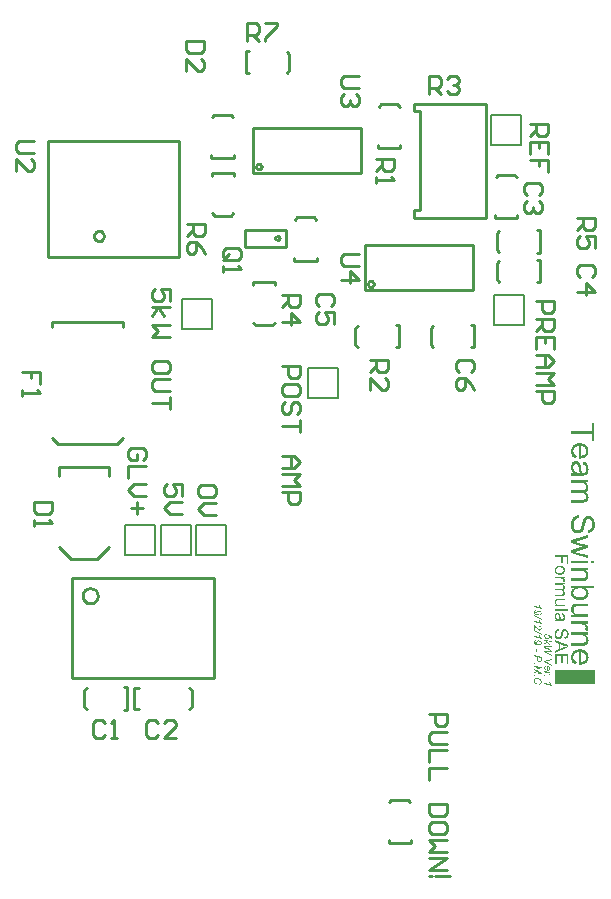
<source format=gto>
G04*
G04 #@! TF.GenerationSoftware,Altium Limited,Altium Designer,19.1.8 (144)*
G04*
G04 Layer_Color=65535*
%FSLAX25Y25*%
%MOIN*%
G70*
G01*
G75*
%ADD10C,0.01000*%
%ADD11C,0.00787*%
%ADD12R,0.13500X0.05000*%
G36*
X495781Y197625D02*
X495778D01*
X495770D01*
X495744D01*
X495715D01*
X495704D01*
X495696D01*
X495692D01*
X495678D01*
X495655Y197621D01*
X495626Y197617D01*
X495589Y197610D01*
X495548Y197603D01*
X495507Y197588D01*
X495463Y197569D01*
X495459Y197566D01*
X495445Y197558D01*
X495422Y197543D01*
X495397Y197529D01*
X495367Y197503D01*
X495337Y197477D01*
X495308Y197447D01*
X495282Y197410D01*
X495278Y197406D01*
X495274Y197392D01*
X495263Y197373D01*
X495252Y197347D01*
X495241Y197314D01*
X495234Y197277D01*
X495226Y197236D01*
X495223Y197196D01*
Y197170D01*
X495226Y197140D01*
X495234Y197103D01*
X495249Y197059D01*
X495263Y197011D01*
X495289Y196955D01*
X495323Y196900D01*
X495326Y196892D01*
X495341Y196874D01*
X495363Y196844D01*
X495397Y196811D01*
X495437Y196770D01*
X495489Y196729D01*
X495548Y196689D01*
X495615Y196652D01*
X495618D01*
X495622Y196648D01*
X495633Y196644D01*
X495648Y196637D01*
X495689Y196622D01*
X495737Y196604D01*
X495796Y196585D01*
X495863Y196570D01*
X495933Y196559D01*
X496003Y196555D01*
X496007D01*
X496014D01*
X496026D01*
X496040Y196559D01*
X496077Y196563D01*
X496125Y196570D01*
X496181Y196589D01*
X496240Y196611D01*
X496296Y196641D01*
X496347Y196685D01*
X496355Y196692D01*
X496370Y196707D01*
X496388Y196737D01*
X496414Y196774D01*
X496436Y196822D01*
X496458Y196877D01*
X496473Y196944D01*
X496477Y197018D01*
Y197040D01*
X496473Y197066D01*
X496469Y197103D01*
X496462Y197144D01*
X496447Y197188D01*
X496432Y197233D01*
X496410Y197281D01*
X496407Y197284D01*
X496399Y197303D01*
X496381Y197325D01*
X496362Y197355D01*
X496333Y197388D01*
X496299Y197429D01*
X496259Y197466D01*
X496214Y197506D01*
X496233Y197780D01*
X497542Y197395D01*
Y196145D01*
X497254Y196204D01*
Y197181D01*
X496599Y197373D01*
X496603Y197370D01*
X496610Y197355D01*
X496625Y197333D01*
X496643Y197303D01*
X496662Y197270D01*
X496680Y197233D01*
X496717Y197151D01*
X496721Y197148D01*
X496725Y197133D01*
X496732Y197107D01*
X496740Y197077D01*
X496747Y197044D01*
X496751Y197003D01*
X496758Y196959D01*
Y196885D01*
X496754Y196866D01*
X496751Y196840D01*
X496747Y196811D01*
X496732Y196744D01*
X496710Y196670D01*
X496677Y196589D01*
X496655Y196548D01*
X496629Y196507D01*
X496595Y196470D01*
X496562Y196433D01*
X496558Y196430D01*
X496555Y196426D01*
X496544Y196415D01*
X496525Y196404D01*
X496507Y196389D01*
X496484Y196374D01*
X496455Y196356D01*
X496425Y196337D01*
X496388Y196319D01*
X496347Y196300D01*
X496303Y196285D01*
X496255Y196271D01*
X496203Y196259D01*
X496151Y196248D01*
X496092Y196245D01*
X496029Y196241D01*
X496026D01*
X496018D01*
X496000D01*
X495981Y196245D01*
X495955D01*
X495922Y196248D01*
X495889Y196252D01*
X495852Y196256D01*
X495766Y196274D01*
X495678Y196297D01*
X495581Y196326D01*
X495485Y196370D01*
X495482D01*
X495474Y196378D01*
X495463Y196385D01*
X495445Y196393D01*
X495400Y196422D01*
X495345Y196463D01*
X495282Y196515D01*
X495219Y196578D01*
X495160Y196648D01*
X495104Y196729D01*
Y196733D01*
X495097Y196740D01*
X495093Y196752D01*
X495082Y196770D01*
X495075Y196789D01*
X495063Y196815D01*
X495038Y196874D01*
X495012Y196948D01*
X494993Y197029D01*
X494978Y197122D01*
X494971Y197218D01*
Y197255D01*
X494975Y197295D01*
X494982Y197347D01*
X494993Y197410D01*
X495012Y197473D01*
X495034Y197540D01*
X495067Y197606D01*
X495071Y197614D01*
X495086Y197636D01*
X495108Y197666D01*
X495138Y197703D01*
X495178Y197743D01*
X495226Y197784D01*
X495278Y197825D01*
X495341Y197862D01*
X495345D01*
X495348Y197865D01*
X495371Y197873D01*
X495408Y197888D01*
X495452Y197902D01*
X495504Y197917D01*
X495563Y197932D01*
X495626Y197939D01*
X495692Y197943D01*
X495696D01*
X495707D01*
X495722D01*
X495748D01*
X495781Y197625D01*
D02*
G37*
G36*
X497576Y195545D02*
Y195231D01*
X495985Y195564D01*
X496873Y194635D01*
Y194217D01*
X496177Y195013D01*
X495015Y194532D01*
Y194879D01*
X495970Y195249D01*
X495637Y195638D01*
X495015Y195767D01*
Y196082D01*
X497576Y195545D01*
D02*
G37*
G36*
Y193614D02*
X496307Y193559D01*
X496303D01*
X496288D01*
X496273D01*
X496259Y193555D01*
X496236D01*
X496210D01*
X496181D01*
X496148D01*
X496107Y193551D01*
X496063D01*
X496011Y193547D01*
X495952D01*
X495885D01*
X495815Y193544D01*
X495811D01*
X495796D01*
X495778D01*
X495755Y193540D01*
X495704D01*
X495678Y193536D01*
X495659D01*
X495652D01*
X495641D01*
X495626D01*
X495604D01*
X495574D01*
X495533D01*
X495485D01*
X495489Y193533D01*
X495504Y193525D01*
X495526Y193518D01*
X495556Y193503D01*
X495593Y193484D01*
X495633Y193466D01*
X495678Y193444D01*
X495726Y193418D01*
X495826Y193370D01*
X495929Y193318D01*
X495977Y193292D01*
X496022Y193270D01*
X496063Y193248D01*
X496100Y193229D01*
X497576Y192448D01*
Y192097D01*
X496077Y192012D01*
X496074D01*
X496066D01*
X496051D01*
X496033Y192008D01*
X496007D01*
X495977D01*
X495944Y192005D01*
X495903D01*
X495863Y192001D01*
X495815D01*
X495763Y191997D01*
X495707D01*
X495589Y191993D01*
X495459Y191990D01*
X495463D01*
X495478Y191982D01*
X495496Y191975D01*
X495526Y191964D01*
X495563Y191949D01*
X495607Y191930D01*
X495659Y191908D01*
X495722Y191879D01*
X495726D01*
X495733Y191871D01*
X495748Y191868D01*
X495770Y191857D01*
X495792Y191845D01*
X495818Y191834D01*
X495881Y191805D01*
X495948Y191775D01*
X496014Y191745D01*
X496077Y191716D01*
X496103Y191701D01*
X496129Y191690D01*
X497576Y190957D01*
Y190610D01*
X495015Y191912D01*
Y192278D01*
X496566Y192367D01*
X496569D01*
X496577D01*
X496588D01*
X496603D01*
X496621Y192371D01*
X496643D01*
X496673D01*
X496703Y192375D01*
X496773Y192378D01*
X496858Y192382D01*
X496954Y192386D01*
X497058Y192389D01*
X497054D01*
X497047Y192393D01*
X497036Y192400D01*
X497017Y192408D01*
X496973Y192426D01*
X496917Y192452D01*
X496858Y192478D01*
X496795Y192508D01*
X496732Y192537D01*
X496677Y192567D01*
X495015Y193455D01*
Y193806D01*
X497576Y193962D01*
Y193614D01*
D02*
G37*
G36*
Y189263D02*
X496048Y188967D01*
X496044D01*
X496029Y188963D01*
X496007Y188959D01*
X495977Y188956D01*
X495944Y188948D01*
X495903Y188941D01*
X495859Y188934D01*
X495807Y188922D01*
X495704Y188908D01*
X495589Y188889D01*
X495482Y188874D01*
X495426Y188867D01*
X495378Y188859D01*
X495382Y188856D01*
X495393Y188852D01*
X495408Y188845D01*
X495434Y188834D01*
X495459Y188819D01*
X495493Y188804D01*
X495567Y188763D01*
X495648Y188723D01*
X495733Y188678D01*
X495818Y188634D01*
X495896Y188593D01*
X497576Y187683D01*
Y187328D01*
X495015Y188734D01*
Y189104D01*
X497576Y189592D01*
Y189263D01*
D02*
G37*
G36*
X495811Y187461D02*
X495837D01*
X495870Y187457D01*
X495907Y187453D01*
X495948Y187446D01*
X496037Y187431D01*
X496137Y187405D01*
X496240Y187372D01*
X496347Y187324D01*
X496351D01*
X496358Y187317D01*
X496373Y187309D01*
X496395Y187298D01*
X496418Y187283D01*
X496444Y187268D01*
X496507Y187224D01*
X496577Y187172D01*
X496647Y187113D01*
X496714Y187039D01*
X496773Y186961D01*
Y186958D01*
X496780Y186950D01*
X496788Y186939D01*
X496795Y186921D01*
X496806Y186902D01*
X496817Y186876D01*
X496843Y186817D01*
X496869Y186743D01*
X496891Y186662D01*
X496906Y186573D01*
X496913Y186477D01*
Y186443D01*
X496910Y186421D01*
X496906Y186392D01*
X496902Y186362D01*
X496895Y186325D01*
X496888Y186284D01*
X496862Y186199D01*
X496825Y186110D01*
X496803Y186066D01*
X496777Y186025D01*
X496743Y185981D01*
X496706Y185944D01*
X496703Y185940D01*
X496695Y185936D01*
X496684Y185925D01*
X496669Y185914D01*
X496647Y185896D01*
X496621Y185881D01*
X496592Y185863D01*
X496558Y185844D01*
X496521Y185826D01*
X496477Y185807D01*
X496432Y185789D01*
X496381Y185774D01*
X496329Y185763D01*
X496270Y185751D01*
X496210Y185748D01*
X496144Y185744D01*
X496137D01*
X496122D01*
X496092D01*
X496059Y185748D01*
X496014Y185751D01*
X495970Y185755D01*
X495866Y185770D01*
Y187139D01*
X495863D01*
X495859D01*
X495833Y187143D01*
X495800Y187146D01*
X495766D01*
X495763D01*
X495755D01*
X495741D01*
X495726Y187143D01*
X495704D01*
X495678Y187139D01*
X495618Y187132D01*
X495556Y187117D01*
X495489Y187095D01*
X495426Y187069D01*
X495371Y187028D01*
X495363Y187021D01*
X495348Y187006D01*
X495326Y186980D01*
X495304Y186947D01*
X495278Y186902D01*
X495256Y186850D01*
X495241Y186795D01*
X495234Y186732D01*
Y186702D01*
X495241Y186673D01*
X495249Y186632D01*
X495260Y186584D01*
X495278Y186529D01*
X495304Y186473D01*
X495337Y186414D01*
Y186410D01*
X495341Y186406D01*
X495356Y186388D01*
X495382Y186358D01*
X495415Y186321D01*
X495459Y186284D01*
X495511Y186244D01*
X495574Y186203D01*
X495644Y186166D01*
X495615Y185859D01*
X495611D01*
X495604Y185863D01*
X495593Y185866D01*
X495574Y185874D01*
X495556Y185881D01*
X495530Y185892D01*
X495474Y185922D01*
X495408Y185962D01*
X495334Y186018D01*
X495297Y186047D01*
X495256Y186084D01*
X495219Y186121D01*
X495178Y186166D01*
X495175Y186170D01*
X495171Y186177D01*
X495160Y186188D01*
X495145Y186207D01*
X495130Y186232D01*
X495115Y186258D01*
X495097Y186292D01*
X495078Y186325D01*
X495056Y186366D01*
X495038Y186410D01*
X495008Y186506D01*
X494982Y186617D01*
X494978Y186673D01*
X494975Y186736D01*
Y186769D01*
X494978Y186810D01*
X494986Y186862D01*
X494997Y186921D01*
X495015Y186984D01*
X495038Y187050D01*
X495067Y187117D01*
X495071Y187124D01*
X495086Y187146D01*
X495108Y187176D01*
X495138Y187213D01*
X495178Y187254D01*
X495226Y187298D01*
X495282Y187339D01*
X495345Y187376D01*
X495348D01*
X495352Y187380D01*
X495363Y187383D01*
X495378Y187391D01*
X495415Y187405D01*
X495463Y187420D01*
X495526Y187435D01*
X495596Y187450D01*
X495674Y187461D01*
X495759Y187465D01*
X495763D01*
X495774D01*
X495789D01*
X495811Y187461D01*
D02*
G37*
G36*
X496873Y185148D02*
Y184867D01*
X496493Y184948D01*
X496492Y184949D01*
X496488D01*
X496493Y184948D01*
X496499Y184941D01*
X496510Y184934D01*
X496525Y184923D01*
X496562Y184897D01*
X496610Y184860D01*
X496662Y184815D01*
X496717Y184767D01*
X496766Y184719D01*
X496810Y184667D01*
X496814Y184660D01*
X496825Y184645D01*
X496843Y184616D01*
X496862Y184582D01*
X496880Y184538D01*
X496899Y184490D01*
X496910Y184438D01*
X496913Y184386D01*
Y184368D01*
X496910Y184349D01*
X496906Y184323D01*
X496895Y184290D01*
X496884Y184249D01*
X496865Y184205D01*
X496843Y184153D01*
X496551Y184283D01*
X496555Y184286D01*
X496562Y184297D01*
X496569Y184312D01*
X496581Y184334D01*
X496592Y184364D01*
X496603Y184394D01*
X496606Y184427D01*
X496610Y184464D01*
Y184471D01*
X496606Y184494D01*
X496599Y184527D01*
X496588Y184567D01*
X496566Y184619D01*
X496532Y184678D01*
X496510Y184712D01*
X496484Y184741D01*
X496455Y184775D01*
X496421Y184808D01*
X496418Y184812D01*
X496414Y184815D01*
X496403Y184823D01*
X496384Y184838D01*
X496362Y184852D01*
X496336Y184867D01*
X496307Y184886D01*
X496270Y184908D01*
X496225Y184930D01*
X496177Y184952D01*
X496125Y184975D01*
X496063Y184997D01*
X495996Y185019D01*
X495926Y185041D01*
X495844Y185063D01*
X495759Y185082D01*
X495015Y185237D01*
Y185537D01*
X496873Y185148D01*
D02*
G37*
G36*
X495374Y184186D02*
Y183827D01*
X495015Y183905D01*
Y184264D01*
X495374Y184186D01*
D02*
G37*
G36*
X496902Y181892D02*
Y181889D01*
X496906Y181881D01*
X496913Y181870D01*
X496921Y181852D01*
X496928Y181830D01*
X496939Y181804D01*
X496969Y181744D01*
X497002Y181674D01*
X497043Y181596D01*
X497091Y181511D01*
X497147Y181426D01*
X497150Y181422D01*
X497154Y181415D01*
X497161Y181404D01*
X497172Y181389D01*
X497202Y181349D01*
X497239Y181297D01*
X497280Y181241D01*
X497324Y181182D01*
X497369Y181126D01*
X497413Y181078D01*
X497417Y181075D01*
X497424Y181067D01*
X497443Y181052D01*
X497461Y181038D01*
X497487Y181019D01*
X497517Y180997D01*
X497550Y180971D01*
X497587Y180949D01*
Y180764D01*
X495015Y181300D01*
Y181615D01*
X496947Y181212D01*
X496943Y181215D01*
X496939Y181223D01*
X496928Y181237D01*
X496913Y181260D01*
X496895Y181286D01*
X496876Y181319D01*
X496851Y181360D01*
X496828Y181404D01*
X496803Y181452D01*
X496777Y181508D01*
X496747Y181567D01*
X496721Y181633D01*
X496692Y181707D01*
X496666Y181781D01*
X496640Y181863D01*
X496618Y181952D01*
X496902Y181892D01*
D02*
G37*
G36*
X511704Y262205D02*
X510792D01*
Y264738D01*
X504015D01*
Y265760D01*
X510792D01*
Y268293D01*
X511704D01*
Y262205D01*
D02*
G37*
G36*
X506982Y261583D02*
X507104Y261572D01*
X507237Y261560D01*
X507393Y261538D01*
X507548Y261505D01*
X507904Y261416D01*
X508082Y261360D01*
X508271Y261294D01*
X508448Y261205D01*
X508615Y261105D01*
X508782Y260994D01*
X508937Y260872D01*
X508948Y260860D01*
X508970Y260838D01*
X509004Y260794D01*
X509059Y260738D01*
X509115Y260671D01*
X509182Y260583D01*
X509259Y260483D01*
X509326Y260361D01*
X509404Y260238D01*
X509470Y260094D01*
X509537Y259938D01*
X509593Y259772D01*
X509648Y259594D01*
X509682Y259405D01*
X509704Y259205D01*
X509715Y258994D01*
Y258883D01*
X509704Y258805D01*
X509693Y258716D01*
X509670Y258605D01*
X509648Y258483D01*
X509615Y258338D01*
X509582Y258205D01*
X509526Y258050D01*
X509470Y257905D01*
X509393Y257750D01*
X509304Y257594D01*
X509204Y257438D01*
X509082Y257294D01*
X508948Y257161D01*
X508937Y257150D01*
X508915Y257127D01*
X508871Y257094D01*
X508804Y257050D01*
X508726Y256994D01*
X508637Y256939D01*
X508526Y256872D01*
X508393Y256805D01*
X508248Y256739D01*
X508093Y256672D01*
X507915Y256616D01*
X507726Y256561D01*
X507515Y256516D01*
X507293Y256483D01*
X507060Y256461D01*
X506804Y256450D01*
X506793D01*
X506748D01*
X506671D01*
X506560Y256461D01*
Y260627D01*
X506549D01*
X506515D01*
X506471Y260616D01*
X506404D01*
X506326Y260605D01*
X506237Y260583D01*
X506038Y260549D01*
X505815Y260483D01*
X505571Y260394D01*
X505349Y260272D01*
X505149Y260116D01*
Y260105D01*
X505126Y260094D01*
X505071Y260027D01*
X504993Y259927D01*
X504915Y259794D01*
X504826Y259616D01*
X504749Y259416D01*
X504693Y259194D01*
X504682Y259072D01*
X504671Y258938D01*
Y258850D01*
X504682Y258750D01*
X504704Y258627D01*
X504738Y258494D01*
X504782Y258338D01*
X504849Y258194D01*
X504938Y258050D01*
X504949Y258038D01*
X504993Y257983D01*
X505060Y257916D01*
X505149Y257839D01*
X505271Y257750D01*
X505426Y257650D01*
X505604Y257550D01*
X505815Y257461D01*
X505693Y256483D01*
X505682D01*
X505660Y256494D01*
X505615Y256505D01*
X505549Y256527D01*
X505482Y256561D01*
X505393Y256594D01*
X505204Y256683D01*
X504993Y256794D01*
X504771Y256950D01*
X504560Y257127D01*
X504360Y257350D01*
Y257361D01*
X504338Y257383D01*
X504315Y257416D01*
X504282Y257461D01*
X504249Y257527D01*
X504215Y257594D01*
X504171Y257683D01*
X504127Y257783D01*
X504082Y257894D01*
X504038Y258005D01*
X503971Y258283D01*
X503915Y258594D01*
X503893Y258938D01*
Y259061D01*
X503904Y259138D01*
X503915Y259238D01*
X503938Y259361D01*
X503960Y259494D01*
X503982Y259638D01*
X504071Y259949D01*
X504138Y260116D01*
X504204Y260272D01*
X504293Y260438D01*
X504393Y260594D01*
X504504Y260738D01*
X504638Y260883D01*
X504649Y260894D01*
X504671Y260916D01*
X504715Y260949D01*
X504782Y260994D01*
X504860Y261049D01*
X504949Y261105D01*
X505060Y261172D01*
X505182Y261238D01*
X505326Y261305D01*
X505482Y261371D01*
X505660Y261427D01*
X505849Y261483D01*
X506049Y261527D01*
X506271Y261560D01*
X506504Y261583D01*
X506748Y261594D01*
X506760D01*
X506815D01*
X506882D01*
X506982Y261583D01*
D02*
G37*
G36*
X505626Y255605D02*
X505726Y255594D01*
X505849Y255572D01*
X505971Y255539D01*
X506104Y255494D01*
X506226Y255439D01*
X506237Y255428D01*
X506282Y255405D01*
X506349Y255361D01*
X506426Y255305D01*
X506515Y255239D01*
X506604Y255150D01*
X506693Y255061D01*
X506771Y254950D01*
X506782Y254939D01*
X506804Y254894D01*
X506848Y254839D01*
X506893Y254750D01*
X506937Y254650D01*
X506993Y254528D01*
X507037Y254405D01*
X507082Y254261D01*
Y254250D01*
X507093Y254205D01*
X507115Y254139D01*
X507126Y254050D01*
X507149Y253939D01*
X507171Y253795D01*
X507204Y253628D01*
X507226Y253428D01*
Y253417D01*
X507237Y253372D01*
Y253317D01*
X507248Y253239D01*
X507260Y253150D01*
X507282Y253039D01*
X507293Y252917D01*
X507315Y252783D01*
X507371Y252517D01*
X507426Y252228D01*
X507493Y251972D01*
X507526Y251850D01*
X507559Y251739D01*
X507571D01*
X507593D01*
X507659Y251728D01*
X507737D01*
X507782D01*
X507804D01*
X507815D01*
X507826D01*
X507893D01*
X508004Y251739D01*
X508126Y251761D01*
X508259Y251795D01*
X508393Y251850D01*
X508515Y251917D01*
X508615Y252006D01*
X508626Y252017D01*
X508671Y252072D01*
X508715Y252161D01*
X508782Y252272D01*
X508837Y252428D01*
X508893Y252606D01*
X508926Y252828D01*
X508937Y253083D01*
Y253194D01*
X508926Y253306D01*
X508904Y253461D01*
X508882Y253617D01*
X508837Y253783D01*
X508782Y253939D01*
X508704Y254072D01*
X508693Y254083D01*
X508659Y254128D01*
X508604Y254183D01*
X508515Y254250D01*
X508404Y254317D01*
X508259Y254394D01*
X508082Y254461D01*
X507882Y254528D01*
X508004Y255450D01*
X508015D01*
X508026Y255439D01*
X508060D01*
X508104Y255428D01*
X508204Y255394D01*
X508348Y255350D01*
X508493Y255294D01*
X508648Y255228D01*
X508804Y255139D01*
X508948Y255039D01*
X508959Y255028D01*
X509004Y254983D01*
X509070Y254917D01*
X509159Y254828D01*
X509248Y254706D01*
X509337Y254561D01*
X509437Y254394D01*
X509515Y254205D01*
Y254194D01*
X509526Y254183D01*
X509537Y254150D01*
X509548Y254105D01*
X509582Y253994D01*
X509615Y253839D01*
X509648Y253661D01*
X509682Y253439D01*
X509704Y253206D01*
X509715Y252939D01*
Y252817D01*
X509704Y252695D01*
X509693Y252528D01*
X509670Y252339D01*
X509637Y252150D01*
X509593Y251961D01*
X509537Y251784D01*
X509526Y251761D01*
X509504Y251706D01*
X509470Y251628D01*
X509426Y251528D01*
X509359Y251417D01*
X509293Y251306D01*
X509204Y251206D01*
X509115Y251117D01*
X509104Y251106D01*
X509070Y251084D01*
X509015Y251050D01*
X508948Y251006D01*
X508848Y250950D01*
X508748Y250906D01*
X508626Y250861D01*
X508482Y250828D01*
X508471D01*
X508437Y250817D01*
X508371Y250806D01*
X508282Y250795D01*
X508159D01*
X508015Y250784D01*
X507826Y250773D01*
X507615D01*
X506349D01*
X506337D01*
X506293D01*
X506226D01*
X506137D01*
X506038D01*
X505915D01*
X505649Y250761D01*
X505371D01*
X505093Y250750D01*
X504971Y250739D01*
X504860D01*
X504760Y250728D01*
X504682Y250717D01*
X504671D01*
X504627Y250706D01*
X504560Y250695D01*
X504471Y250661D01*
X504371Y250639D01*
X504260Y250595D01*
X504138Y250539D01*
X504015Y250484D01*
Y251472D01*
X504027Y251484D01*
X504071Y251495D01*
X504127Y251517D01*
X504215Y251550D01*
X504315Y251584D01*
X504438Y251606D01*
X504571Y251628D01*
X504715Y251650D01*
Y251661D01*
X504693Y251672D01*
X504638Y251739D01*
X504560Y251839D01*
X504460Y251972D01*
X504360Y252139D01*
X504249Y252306D01*
X504149Y252484D01*
X504071Y252672D01*
X504060Y252695D01*
X504049Y252761D01*
X504015Y252861D01*
X503982Y252983D01*
X503949Y253139D01*
X503927Y253317D01*
X503904Y253517D01*
X503893Y253717D01*
Y253806D01*
X503904Y253872D01*
Y253950D01*
X503915Y254039D01*
X503949Y254239D01*
X504004Y254461D01*
X504082Y254706D01*
X504193Y254928D01*
X504338Y255128D01*
X504360Y255150D01*
X504415Y255205D01*
X504515Y255283D01*
X504649Y255372D01*
X504815Y255461D01*
X505004Y255539D01*
X505237Y255594D01*
X505349Y255605D01*
X505482Y255616D01*
X505504D01*
X505549D01*
X505626Y255605D01*
D02*
G37*
G36*
X509593Y248484D02*
X508793D01*
X508815Y248473D01*
X508859Y248439D01*
X508937Y248373D01*
X509026Y248295D01*
X509137Y248195D01*
X509248Y248073D01*
X509359Y247939D01*
X509459Y247784D01*
X509470Y247762D01*
X509504Y247706D01*
X509537Y247617D01*
X509593Y247495D01*
X509637Y247351D01*
X509670Y247184D01*
X509704Y246995D01*
X509715Y246795D01*
Y246695D01*
X509704Y246573D01*
X509682Y246440D01*
X509648Y246273D01*
X509604Y246106D01*
X509537Y245940D01*
X509448Y245784D01*
X509437Y245762D01*
X509404Y245718D01*
X509348Y245651D01*
X509259Y245562D01*
X509159Y245473D01*
X509037Y245373D01*
X508893Y245284D01*
X508726Y245217D01*
X508737Y245206D01*
X508771Y245184D01*
X508815Y245151D01*
X508882Y245095D01*
X508959Y245029D01*
X509037Y244951D01*
X509126Y244862D01*
X509226Y244751D01*
X509315Y244629D01*
X509404Y244507D01*
X509482Y244362D01*
X509559Y244207D01*
X509626Y244040D01*
X509670Y243862D01*
X509704Y243684D01*
X509715Y243484D01*
Y243407D01*
X509704Y243351D01*
Y243273D01*
X509693Y243196D01*
X509659Y243007D01*
X509604Y242807D01*
X509515Y242596D01*
X509404Y242385D01*
X509248Y242207D01*
X509226Y242184D01*
X509159Y242140D01*
X509059Y242062D01*
X508982Y242029D01*
X508904Y241985D01*
X508804Y241940D01*
X508704Y241907D01*
X508593Y241862D01*
X508459Y241829D01*
X508326Y241807D01*
X508171Y241785D01*
X508015Y241762D01*
X507837D01*
X504015D01*
Y242707D01*
X507515D01*
X507526D01*
X507537D01*
X507604D01*
X507704D01*
X507826Y242718D01*
X507960Y242729D01*
X508093Y242740D01*
X508226Y242762D01*
X508326Y242796D01*
X508337D01*
X508371Y242818D01*
X508415Y242840D01*
X508471Y242873D01*
X508537Y242918D01*
X508604Y242973D01*
X508671Y243040D01*
X508737Y243129D01*
X508748Y243140D01*
X508759Y243173D01*
X508782Y243218D01*
X508815Y243296D01*
X508848Y243373D01*
X508871Y243473D01*
X508882Y243573D01*
X508893Y243695D01*
Y243751D01*
X508882Y243795D01*
X508871Y243907D01*
X508848Y244040D01*
X508793Y244195D01*
X508726Y244362D01*
X508626Y244529D01*
X508493Y244684D01*
X508471Y244695D01*
X508415Y244740D01*
X508326Y244807D01*
X508193Y244873D01*
X508015Y244951D01*
X507804Y245006D01*
X507548Y245051D01*
X507248Y245073D01*
X504015D01*
Y246018D01*
X507626D01*
X507637D01*
X507659D01*
X507682D01*
X507726D01*
X507848Y246029D01*
X507982Y246051D01*
X508137Y246073D01*
X508293Y246117D01*
X508437Y246173D01*
X508570Y246251D01*
X508582Y246262D01*
X508626Y246295D01*
X508671Y246351D01*
X508737Y246428D01*
X508793Y246529D01*
X508848Y246662D01*
X508882Y246817D01*
X508893Y247006D01*
Y247073D01*
X508882Y247151D01*
X508871Y247240D01*
X508837Y247351D01*
X508804Y247484D01*
X508748Y247606D01*
X508682Y247740D01*
X508671Y247751D01*
X508637Y247795D01*
X508593Y247851D01*
X508526Y247928D01*
X508437Y248006D01*
X508326Y248084D01*
X508204Y248162D01*
X508060Y248228D01*
X508037Y248239D01*
X507982Y248251D01*
X507893Y248273D01*
X507771Y248306D01*
X507604Y248339D01*
X507404Y248362D01*
X507171Y248373D01*
X506904Y248384D01*
X504015D01*
Y249328D01*
X509593D01*
Y248484D01*
D02*
G37*
G36*
X506571Y236641D02*
X506560D01*
X506549D01*
X506515Y236630D01*
X506471D01*
X506371Y236607D01*
X506226Y236574D01*
X506082Y236529D01*
X505915Y236485D01*
X505760Y236407D01*
X505615Y236330D01*
X505604Y236318D01*
X505560Y236285D01*
X505482Y236230D01*
X505404Y236141D01*
X505304Y236030D01*
X505204Y235907D01*
X505104Y235741D01*
X505015Y235563D01*
Y235552D01*
X505004Y235541D01*
X504993Y235507D01*
X504982Y235474D01*
X504949Y235363D01*
X504904Y235219D01*
X504860Y235041D01*
X504826Y234841D01*
X504804Y234619D01*
X504793Y234374D01*
Y234274D01*
X504804Y234163D01*
X504815Y234030D01*
X504838Y233874D01*
X504860Y233697D01*
X504904Y233519D01*
X504960Y233352D01*
X504971Y233330D01*
X504993Y233274D01*
X505038Y233196D01*
X505082Y233097D01*
X505160Y232997D01*
X505237Y232885D01*
X505326Y232774D01*
X505438Y232685D01*
X505449Y232674D01*
X505493Y232652D01*
X505549Y232619D01*
X505638Y232574D01*
X505726Y232530D01*
X505837Y232497D01*
X505960Y232474D01*
X506093Y232463D01*
X506104D01*
X506160D01*
X506226Y232474D01*
X506315Y232486D01*
X506404Y232519D01*
X506515Y232552D01*
X506626Y232608D01*
X506726Y232685D01*
X506737Y232697D01*
X506771Y232730D01*
X506815Y232774D01*
X506882Y232852D01*
X506949Y232941D01*
X507026Y233063D01*
X507104Y233208D01*
X507171Y233374D01*
X507182Y233385D01*
X507193Y233441D01*
X507226Y233530D01*
X507237Y233585D01*
X507260Y233663D01*
X507293Y233741D01*
X507315Y233841D01*
X507348Y233952D01*
X507382Y234085D01*
X507415Y234219D01*
X507459Y234374D01*
X507504Y234552D01*
X507548Y234741D01*
Y234752D01*
X507559Y234785D01*
X507571Y234841D01*
X507593Y234908D01*
X507615Y234996D01*
X507637Y235096D01*
X507704Y235318D01*
X507782Y235563D01*
X507860Y235819D01*
X507937Y236041D01*
X507982Y236141D01*
X508026Y236230D01*
Y236241D01*
X508037Y236252D01*
X508082Y236318D01*
X508137Y236418D01*
X508226Y236529D01*
X508326Y236663D01*
X508448Y236796D01*
X508593Y236929D01*
X508748Y237041D01*
X508771Y237052D01*
X508826Y237085D01*
X508915Y237129D01*
X509026Y237174D01*
X509170Y237218D01*
X509337Y237263D01*
X509515Y237296D01*
X509704Y237307D01*
X509715D01*
X509726D01*
X509759D01*
X509804D01*
X509915Y237285D01*
X510059Y237263D01*
X510226Y237229D01*
X510415Y237174D01*
X510604Y237096D01*
X510792Y236985D01*
X510804D01*
X510815Y236974D01*
X510881Y236918D01*
X510970Y236841D01*
X511081Y236741D01*
X511204Y236607D01*
X511337Y236441D01*
X511459Y236241D01*
X511570Y236018D01*
Y236007D01*
X511581Y235985D01*
X511592Y235952D01*
X511615Y235907D01*
X511637Y235852D01*
X511659Y235774D01*
X511704Y235607D01*
X511748Y235396D01*
X511792Y235152D01*
X511826Y234896D01*
X511837Y234608D01*
Y234463D01*
X511826Y234385D01*
Y234308D01*
X511803Y234096D01*
X511770Y233863D01*
X511715Y233619D01*
X511648Y233352D01*
X511559Y233108D01*
Y233097D01*
X511548Y233074D01*
X511526Y233041D01*
X511504Y232997D01*
X511448Y232885D01*
X511348Y232741D01*
X511237Y232574D01*
X511093Y232408D01*
X510926Y232252D01*
X510737Y232108D01*
X510726D01*
X510715Y232097D01*
X510681Y232074D01*
X510648Y232052D01*
X510537Y231997D01*
X510393Y231930D01*
X510215Y231852D01*
X510004Y231797D01*
X509782Y231741D01*
X509537Y231719D01*
X509459Y232697D01*
X509470D01*
X509493D01*
X509526Y232708D01*
X509582Y232719D01*
X509704Y232752D01*
X509870Y232797D01*
X510048Y232863D01*
X510226Y232963D01*
X510393Y233085D01*
X510548Y233241D01*
X510559Y233263D01*
X510604Y233319D01*
X510670Y233430D01*
X510737Y233574D01*
X510804Y233763D01*
X510870Y233985D01*
X510915Y234263D01*
X510926Y234574D01*
Y234730D01*
X510915Y234796D01*
X510904Y234885D01*
X510881Y235085D01*
X510837Y235307D01*
X510781Y235530D01*
X510693Y235741D01*
X510637Y235830D01*
X510581Y235918D01*
X510570Y235941D01*
X510526Y235985D01*
X510448Y236052D01*
X510359Y236118D01*
X510237Y236196D01*
X510104Y236263D01*
X509948Y236307D01*
X509770Y236330D01*
X509748D01*
X509704D01*
X509626Y236318D01*
X509537Y236296D01*
X509426Y236263D01*
X509315Y236207D01*
X509204Y236141D01*
X509093Y236041D01*
X509082Y236030D01*
X509048Y235974D01*
X509015Y235930D01*
X508993Y235885D01*
X508959Y235819D01*
X508915Y235741D01*
X508882Y235641D01*
X508837Y235530D01*
X508793Y235407D01*
X508737Y235263D01*
X508693Y235107D01*
X508637Y234930D01*
X508593Y234730D01*
X508537Y234507D01*
Y234496D01*
X508526Y234452D01*
X508515Y234385D01*
X508493Y234308D01*
X508471Y234208D01*
X508437Y234085D01*
X508404Y233963D01*
X508371Y233830D01*
X508293Y233541D01*
X508215Y233263D01*
X508171Y233130D01*
X508126Y233008D01*
X508093Y232896D01*
X508048Y232808D01*
Y232797D01*
X508037Y232774D01*
X508015Y232741D01*
X507993Y232697D01*
X507926Y232574D01*
X507837Y232430D01*
X507715Y232263D01*
X507582Y232097D01*
X507426Y231941D01*
X507260Y231808D01*
X507237Y231797D01*
X507182Y231752D01*
X507082Y231708D01*
X506949Y231641D01*
X506793Y231586D01*
X506604Y231530D01*
X506393Y231497D01*
X506171Y231486D01*
X506160D01*
X506149D01*
X506115D01*
X506071D01*
X505949Y231508D01*
X505793Y231530D01*
X505615Y231575D01*
X505426Y231630D01*
X505226Y231719D01*
X505015Y231841D01*
X505004D01*
X504993Y231852D01*
X504926Y231908D01*
X504826Y231985D01*
X504715Y232097D01*
X504582Y232241D01*
X504438Y232419D01*
X504304Y232619D01*
X504182Y232852D01*
Y232863D01*
X504171Y232885D01*
X504160Y232919D01*
X504138Y232963D01*
X504115Y233030D01*
X504082Y233108D01*
X504038Y233285D01*
X503982Y233496D01*
X503927Y233752D01*
X503893Y234030D01*
X503882Y234330D01*
Y234507D01*
X503893Y234596D01*
Y234696D01*
X503904Y234807D01*
X503915Y234941D01*
X503960Y235219D01*
X504004Y235507D01*
X504082Y235796D01*
X504182Y236074D01*
Y236085D01*
X504193Y236107D01*
X504215Y236141D01*
X504238Y236185D01*
X504304Y236318D01*
X504404Y236474D01*
X504538Y236652D01*
X504693Y236841D01*
X504882Y237018D01*
X505093Y237185D01*
X505104D01*
X505126Y237207D01*
X505160Y237218D01*
X505204Y237252D01*
X505260Y237274D01*
X505326Y237307D01*
X505493Y237385D01*
X505704Y237463D01*
X505937Y237529D01*
X506204Y237574D01*
X506482Y237596D01*
X506571Y236641D01*
D02*
G37*
G36*
X509593Y229908D02*
X506371Y229019D01*
X505171Y228708D01*
X505182D01*
X505204Y228697D01*
X505260Y228686D01*
X505293Y228675D01*
X505349Y228664D01*
X505415Y228653D01*
X505493Y228630D01*
X505582Y228608D01*
X505693Y228575D01*
X505815Y228541D01*
X505960Y228508D01*
X506126Y228464D01*
X506315Y228419D01*
X509593Y227530D01*
Y226564D01*
X506349Y225731D01*
X505282Y225453D01*
X506360Y225131D01*
X509593Y224175D01*
Y223253D01*
X504015Y225008D01*
Y225975D01*
X507348Y226864D01*
X508304Y227086D01*
X504015Y228208D01*
Y229208D01*
X509593Y230897D01*
Y229908D01*
D02*
G37*
G36*
X511704Y221509D02*
X510626D01*
Y222453D01*
X511704D01*
Y221509D01*
D02*
G37*
G36*
X509593D02*
X504015D01*
Y222453D01*
X509593D01*
Y221509D01*
D02*
G37*
G36*
Y219220D02*
X508793D01*
X508804Y219209D01*
X508837Y219187D01*
X508882Y219153D01*
X508937Y219109D01*
X509004Y219042D01*
X509082Y218965D01*
X509170Y218876D01*
X509259Y218765D01*
X509337Y218653D01*
X509426Y218520D01*
X509504Y218376D01*
X509570Y218220D01*
X509626Y218042D01*
X509670Y217865D01*
X509704Y217665D01*
X509715Y217454D01*
Y217365D01*
X509704Y217276D01*
X509693Y217154D01*
X509670Y217009D01*
X509637Y216854D01*
X509593Y216687D01*
X509526Y216531D01*
X509515Y216509D01*
X509493Y216465D01*
X509459Y216387D01*
X509404Y216298D01*
X509337Y216187D01*
X509248Y216087D01*
X509159Y215987D01*
X509048Y215898D01*
X509037Y215887D01*
X508993Y215865D01*
X508937Y215832D01*
X508859Y215776D01*
X508748Y215732D01*
X508637Y215687D01*
X508504Y215632D01*
X508359Y215598D01*
X508348D01*
X508304Y215587D01*
X508237Y215576D01*
X508148Y215565D01*
X508015D01*
X507860Y215554D01*
X507671Y215543D01*
X507437D01*
X504015D01*
Y216487D01*
X507393D01*
X507404D01*
X507415D01*
X507493D01*
X507593D01*
X507715Y216498D01*
X507860Y216509D01*
X508004Y216531D01*
X508137Y216565D01*
X508259Y216598D01*
X508271D01*
X508304Y216620D01*
X508359Y216654D01*
X508426Y216687D01*
X508493Y216743D01*
X508570Y216809D01*
X508648Y216898D01*
X508715Y216998D01*
X508726Y217009D01*
X508748Y217043D01*
X508771Y217109D01*
X508804Y217187D01*
X508837Y217276D01*
X508871Y217387D01*
X508882Y217520D01*
X508893Y217654D01*
Y217709D01*
X508882Y217754D01*
X508871Y217865D01*
X508848Y218009D01*
X508793Y218165D01*
X508726Y218342D01*
X508637Y218520D01*
X508504Y218687D01*
X508482Y218709D01*
X508426Y218754D01*
X508382Y218787D01*
X508326Y218820D01*
X508259Y218865D01*
X508182Y218898D01*
X508093Y218942D01*
X507982Y218987D01*
X507860Y219020D01*
X507726Y219054D01*
X507582Y219076D01*
X507426Y219098D01*
X507237Y219120D01*
X507049D01*
X504015D01*
Y220064D01*
X509593D01*
Y219220D01*
D02*
G37*
G36*
X511704Y213165D02*
X508959D01*
X508970Y213154D01*
X508993Y213143D01*
X509026Y213110D01*
X509082Y213054D01*
X509137Y212999D01*
X509204Y212932D01*
X509270Y212843D01*
X509337Y212754D01*
X509482Y212532D01*
X509593Y212276D01*
X509648Y212132D01*
X509682Y211976D01*
X509704Y211810D01*
X509715Y211643D01*
Y211554D01*
X509704Y211454D01*
X509693Y211332D01*
X509659Y211188D01*
X509626Y211021D01*
X509570Y210843D01*
X509504Y210677D01*
X509493Y210654D01*
X509470Y210599D01*
X509415Y210510D01*
X509348Y210410D01*
X509270Y210288D01*
X509170Y210166D01*
X509048Y210032D01*
X508915Y209921D01*
X508904Y209910D01*
X508848Y209877D01*
X508771Y209821D01*
X508671Y209754D01*
X508537Y209677D01*
X508382Y209599D01*
X508204Y209521D01*
X508015Y209454D01*
X508004D01*
X507993Y209443D01*
X507960Y209432D01*
X507926Y209421D01*
X507815Y209399D01*
X507671Y209366D01*
X507504Y209332D01*
X507315Y209299D01*
X507104Y209288D01*
X506882Y209277D01*
X506871D01*
X506815D01*
X506748D01*
X506648Y209288D01*
X506526Y209299D01*
X506393Y209310D01*
X506237Y209332D01*
X506071Y209366D01*
X505715Y209454D01*
X505526Y209510D01*
X505349Y209577D01*
X505160Y209654D01*
X504993Y209754D01*
X504826Y209865D01*
X504671Y209988D01*
X504660Y209999D01*
X504638Y210021D01*
X504604Y210054D01*
X504549Y210110D01*
X504493Y210188D01*
X504426Y210265D01*
X504360Y210354D01*
X504282Y210466D01*
X504215Y210588D01*
X504138Y210710D01*
X504015Y211010D01*
X503960Y211165D01*
X503927Y211332D01*
X503904Y211510D01*
X503893Y211688D01*
Y211732D01*
X503904Y211788D01*
Y211854D01*
X503915Y211932D01*
X503938Y212032D01*
X503993Y212254D01*
X504038Y212376D01*
X504093Y212499D01*
X504160Y212632D01*
X504238Y212754D01*
X504338Y212887D01*
X504449Y213010D01*
X504571Y213121D01*
X504715Y213232D01*
X504015D01*
Y214109D01*
X511704D01*
Y213165D01*
D02*
G37*
G36*
X509593Y207188D02*
X506493D01*
X506482D01*
X506460D01*
X506426D01*
X506371D01*
X506249D01*
X506093Y207177D01*
X505926D01*
X505760Y207166D01*
X505615Y207155D01*
X505493Y207133D01*
X505482D01*
X505438Y207110D01*
X505371Y207088D01*
X505282Y207055D01*
X505193Y206999D01*
X505093Y206932D01*
X505004Y206855D01*
X504915Y206755D01*
X504904Y206744D01*
X504882Y206699D01*
X504849Y206644D01*
X504815Y206555D01*
X504771Y206455D01*
X504738Y206332D01*
X504715Y206199D01*
X504704Y206044D01*
Y205966D01*
X504715Y205888D01*
X504727Y205788D01*
X504760Y205666D01*
X504793Y205533D01*
X504849Y205388D01*
X504915Y205244D01*
X504926Y205222D01*
X504960Y205177D01*
X505004Y205110D01*
X505071Y205033D01*
X505160Y204944D01*
X505260Y204855D01*
X505371Y204777D01*
X505504Y204711D01*
X505526Y204699D01*
X505571Y204688D01*
X505660Y204666D01*
X505782Y204633D01*
X505937Y204599D01*
X506126Y204577D01*
X506349Y204566D01*
X506604Y204555D01*
X509593D01*
Y203611D01*
X504015D01*
Y204455D01*
X504826D01*
X504815Y204466D01*
X504782Y204488D01*
X504738Y204522D01*
X504682Y204577D01*
X504615Y204644D01*
X504527Y204722D01*
X504449Y204811D01*
X504360Y204922D01*
X504271Y205044D01*
X504193Y205177D01*
X504115Y205322D01*
X504038Y205477D01*
X503982Y205655D01*
X503938Y205833D01*
X503904Y206033D01*
X503893Y206233D01*
Y206310D01*
X503904Y206410D01*
X503915Y206533D01*
X503938Y206677D01*
X503971Y206833D01*
X504015Y206988D01*
X504082Y207155D01*
X504093Y207177D01*
X504115Y207221D01*
X504160Y207299D01*
X504215Y207388D01*
X504282Y207499D01*
X504360Y207599D01*
X504449Y207699D01*
X504549Y207788D01*
X504560Y207799D01*
X504604Y207821D01*
X504660Y207855D01*
X504749Y207899D01*
X504849Y207955D01*
X504971Y207999D01*
X505104Y208044D01*
X505249Y208077D01*
X505260D01*
X505304Y208088D01*
X505371Y208099D01*
X505460D01*
X505593Y208110D01*
X505737Y208121D01*
X505926Y208132D01*
X506137D01*
X509593D01*
Y207188D01*
D02*
G37*
G36*
Y201289D02*
X508748D01*
X508759Y201277D01*
X508837Y201233D01*
X508937Y201178D01*
X509059Y201089D01*
X509182Y201000D01*
X509315Y200900D01*
X509426Y200800D01*
X509515Y200700D01*
X509526Y200689D01*
X509548Y200655D01*
X509582Y200589D01*
X509615Y200522D01*
X509648Y200433D01*
X509682Y200322D01*
X509704Y200211D01*
X509715Y200089D01*
Y200011D01*
X509704Y199911D01*
X509682Y199789D01*
X509637Y199644D01*
X509582Y199489D01*
X509504Y199311D01*
X509404Y199122D01*
X508537Y199467D01*
X508548Y199478D01*
X508570Y199522D01*
X508604Y199589D01*
X508637Y199678D01*
X508671Y199778D01*
X508704Y199900D01*
X508726Y200022D01*
X508737Y200144D01*
Y200200D01*
X508726Y200255D01*
X508715Y200333D01*
X508693Y200411D01*
X508659Y200511D01*
X508615Y200611D01*
X508548Y200700D01*
X508537Y200711D01*
X508515Y200744D01*
X508471Y200778D01*
X508415Y200833D01*
X508337Y200889D01*
X508248Y200944D01*
X508148Y201000D01*
X508026Y201044D01*
X508004Y201055D01*
X507937Y201066D01*
X507837Y201089D01*
X507704Y201122D01*
X507537Y201155D01*
X507348Y201178D01*
X507149Y201189D01*
X506926Y201200D01*
X504015D01*
Y202144D01*
X509593D01*
Y201289D01*
D02*
G37*
G36*
Y197711D02*
X508793D01*
X508804Y197700D01*
X508837Y197678D01*
X508882Y197644D01*
X508937Y197600D01*
X509004Y197533D01*
X509082Y197456D01*
X509170Y197367D01*
X509259Y197256D01*
X509337Y197145D01*
X509426Y197011D01*
X509504Y196867D01*
X509570Y196711D01*
X509626Y196534D01*
X509670Y196356D01*
X509704Y196156D01*
X509715Y195945D01*
Y195856D01*
X509704Y195767D01*
X509693Y195645D01*
X509670Y195500D01*
X509637Y195345D01*
X509593Y195178D01*
X509526Y195023D01*
X509515Y195000D01*
X509493Y194956D01*
X509459Y194878D01*
X509404Y194789D01*
X509337Y194678D01*
X509248Y194578D01*
X509159Y194478D01*
X509048Y194389D01*
X509037Y194378D01*
X508993Y194356D01*
X508937Y194323D01*
X508859Y194267D01*
X508748Y194223D01*
X508637Y194178D01*
X508504Y194123D01*
X508359Y194089D01*
X508348D01*
X508304Y194078D01*
X508237Y194067D01*
X508148Y194056D01*
X508015D01*
X507860Y194045D01*
X507671Y194034D01*
X507437D01*
X504015D01*
Y194978D01*
X507393D01*
X507404D01*
X507415D01*
X507493D01*
X507593D01*
X507715Y194989D01*
X507860Y195000D01*
X508004Y195023D01*
X508137Y195056D01*
X508259Y195089D01*
X508271D01*
X508304Y195111D01*
X508359Y195145D01*
X508426Y195178D01*
X508493Y195234D01*
X508570Y195300D01*
X508648Y195389D01*
X508715Y195489D01*
X508726Y195500D01*
X508748Y195534D01*
X508771Y195600D01*
X508804Y195678D01*
X508837Y195767D01*
X508871Y195878D01*
X508882Y196011D01*
X508893Y196145D01*
Y196200D01*
X508882Y196245D01*
X508871Y196356D01*
X508848Y196500D01*
X508793Y196656D01*
X508726Y196834D01*
X508637Y197011D01*
X508504Y197178D01*
X508482Y197200D01*
X508426Y197245D01*
X508382Y197278D01*
X508326Y197311D01*
X508259Y197356D01*
X508182Y197389D01*
X508093Y197433D01*
X507982Y197478D01*
X507860Y197511D01*
X507726Y197545D01*
X507582Y197567D01*
X507426Y197589D01*
X507237Y197611D01*
X507049D01*
X504015D01*
Y198556D01*
X509593D01*
Y197711D01*
D02*
G37*
G36*
X506982Y192889D02*
X507104Y192878D01*
X507237Y192867D01*
X507393Y192845D01*
X507548Y192812D01*
X507904Y192723D01*
X508082Y192667D01*
X508271Y192601D01*
X508448Y192512D01*
X508615Y192412D01*
X508782Y192301D01*
X508937Y192178D01*
X508948Y192167D01*
X508970Y192145D01*
X509004Y192101D01*
X509059Y192045D01*
X509115Y191978D01*
X509182Y191890D01*
X509259Y191790D01*
X509326Y191667D01*
X509404Y191545D01*
X509470Y191401D01*
X509537Y191245D01*
X509593Y191078D01*
X509648Y190901D01*
X509682Y190712D01*
X509704Y190512D01*
X509715Y190301D01*
Y190190D01*
X509704Y190112D01*
X509693Y190023D01*
X509670Y189912D01*
X509648Y189790D01*
X509615Y189645D01*
X509582Y189512D01*
X509526Y189357D01*
X509470Y189212D01*
X509393Y189057D01*
X509304Y188901D01*
X509204Y188745D01*
X509082Y188601D01*
X508948Y188468D01*
X508937Y188456D01*
X508915Y188434D01*
X508871Y188401D01*
X508804Y188357D01*
X508726Y188301D01*
X508637Y188245D01*
X508526Y188179D01*
X508393Y188112D01*
X508248Y188046D01*
X508093Y187979D01*
X507915Y187923D01*
X507726Y187868D01*
X507515Y187823D01*
X507293Y187790D01*
X507060Y187768D01*
X506804Y187757D01*
X506793D01*
X506748D01*
X506671D01*
X506560Y187768D01*
Y191934D01*
X506549D01*
X506515D01*
X506471Y191923D01*
X506404D01*
X506326Y191912D01*
X506237Y191890D01*
X506038Y191856D01*
X505815Y191790D01*
X505571Y191701D01*
X505349Y191578D01*
X505149Y191423D01*
Y191412D01*
X505126Y191401D01*
X505071Y191334D01*
X504993Y191234D01*
X504915Y191101D01*
X504826Y190923D01*
X504749Y190723D01*
X504693Y190501D01*
X504682Y190379D01*
X504671Y190245D01*
Y190156D01*
X504682Y190056D01*
X504704Y189934D01*
X504738Y189801D01*
X504782Y189645D01*
X504849Y189501D01*
X504938Y189357D01*
X504949Y189345D01*
X504993Y189290D01*
X505060Y189223D01*
X505149Y189145D01*
X505271Y189057D01*
X505426Y188956D01*
X505604Y188856D01*
X505815Y188768D01*
X505693Y187790D01*
X505682D01*
X505660Y187801D01*
X505615Y187812D01*
X505549Y187834D01*
X505482Y187868D01*
X505393Y187901D01*
X505204Y187990D01*
X504993Y188101D01*
X504771Y188257D01*
X504560Y188434D01*
X504360Y188656D01*
Y188668D01*
X504338Y188690D01*
X504315Y188723D01*
X504282Y188768D01*
X504249Y188834D01*
X504215Y188901D01*
X504171Y188990D01*
X504127Y189090D01*
X504082Y189201D01*
X504038Y189312D01*
X503971Y189590D01*
X503915Y189901D01*
X503893Y190245D01*
Y190367D01*
X503904Y190445D01*
X503915Y190545D01*
X503938Y190667D01*
X503960Y190801D01*
X503982Y190945D01*
X504071Y191256D01*
X504138Y191423D01*
X504204Y191578D01*
X504293Y191745D01*
X504393Y191901D01*
X504504Y192045D01*
X504638Y192190D01*
X504649Y192201D01*
X504671Y192223D01*
X504715Y192256D01*
X504782Y192301D01*
X504860Y192356D01*
X504949Y192412D01*
X505060Y192478D01*
X505182Y192545D01*
X505326Y192612D01*
X505482Y192678D01*
X505660Y192734D01*
X505849Y192789D01*
X506049Y192834D01*
X506271Y192867D01*
X506504Y192889D01*
X506748Y192901D01*
X506760D01*
X506815D01*
X506882D01*
X506982Y192889D01*
D02*
G37*
G36*
X503000Y221260D02*
X502468D01*
Y223697D01*
X501082D01*
Y221591D01*
X500550D01*
Y223697D01*
X498515D01*
Y224293D01*
X503000D01*
Y221260D01*
D02*
G37*
G36*
X500226Y220761D02*
X500291D01*
X500362Y220755D01*
X500453Y220742D01*
X500544Y220729D01*
X500647Y220703D01*
X500751Y220677D01*
X500861Y220645D01*
X500978Y220606D01*
X501088Y220554D01*
X501192Y220502D01*
X501295Y220431D01*
X501393Y220360D01*
X501477Y220269D01*
X501483Y220262D01*
X501490Y220250D01*
X501509Y220224D01*
X501535Y220191D01*
X501561Y220152D01*
X501593Y220100D01*
X501626Y220049D01*
X501658Y219984D01*
X501691Y219913D01*
X501723Y219835D01*
X501781Y219660D01*
X501827Y219459D01*
X501833Y219355D01*
X501840Y219245D01*
Y219180D01*
X501833Y219135D01*
X501827Y219077D01*
X501814Y219012D01*
X501801Y218940D01*
X501788Y218856D01*
X501729Y218681D01*
X501697Y218591D01*
X501652Y218500D01*
X501606Y218409D01*
X501542Y218318D01*
X501477Y218234D01*
X501399Y218150D01*
X501393Y218144D01*
X501380Y218130D01*
X501354Y218111D01*
X501321Y218085D01*
X501276Y218053D01*
X501218Y218014D01*
X501153Y217975D01*
X501082Y217936D01*
X501004Y217897D01*
X500907Y217858D01*
X500809Y217819D01*
X500699Y217787D01*
X500583Y217761D01*
X500459Y217742D01*
X500330Y217729D01*
X500187Y217722D01*
X500181D01*
X500161D01*
X500129D01*
X500084D01*
X500032Y217729D01*
X499967Y217735D01*
X499902D01*
X499831Y217748D01*
X499669Y217768D01*
X499507Y217807D01*
X499345Y217852D01*
X499196Y217917D01*
X499189D01*
X499183Y217923D01*
X499163Y217936D01*
X499137Y217949D01*
X499073Y217994D01*
X498995Y218053D01*
X498904Y218130D01*
X498813Y218228D01*
X498723Y218338D01*
X498639Y218467D01*
Y218474D01*
X498632Y218480D01*
X498619Y218500D01*
X498606Y218532D01*
X498593Y218565D01*
X498580Y218604D01*
X498541Y218701D01*
X498509Y218811D01*
X498477Y218947D01*
X498451Y219090D01*
X498444Y219245D01*
Y219310D01*
X498451Y219362D01*
X498457Y219420D01*
X498470Y219485D01*
X498483Y219563D01*
X498496Y219640D01*
X498548Y219815D01*
X498587Y219913D01*
X498626Y220003D01*
X498677Y220094D01*
X498736Y220185D01*
X498801Y220269D01*
X498878Y220353D01*
X498885Y220360D01*
X498898Y220373D01*
X498924Y220392D01*
X498963Y220418D01*
X499008Y220450D01*
X499060Y220483D01*
X499125Y220522D01*
X499202Y220561D01*
X499287Y220599D01*
X499384Y220638D01*
X499487Y220671D01*
X499598Y220703D01*
X499721Y220729D01*
X499850Y220748D01*
X499993Y220761D01*
X500142Y220768D01*
X500155D01*
X500181D01*
X500226Y220761D01*
D02*
G37*
G36*
X501768Y216582D02*
X501276D01*
X501282Y216575D01*
X501328Y216549D01*
X501386Y216517D01*
X501457Y216465D01*
X501529Y216413D01*
X501606Y216355D01*
X501671Y216297D01*
X501723Y216238D01*
X501729Y216232D01*
X501743Y216212D01*
X501762Y216174D01*
X501781Y216135D01*
X501801Y216083D01*
X501820Y216018D01*
X501833Y215953D01*
X501840Y215882D01*
Y215837D01*
X501833Y215778D01*
X501820Y215707D01*
X501794Y215623D01*
X501762Y215532D01*
X501717Y215428D01*
X501658Y215318D01*
X501153Y215519D01*
X501159Y215526D01*
X501172Y215551D01*
X501192Y215590D01*
X501211Y215642D01*
X501231Y215701D01*
X501250Y215772D01*
X501263Y215843D01*
X501269Y215914D01*
Y215947D01*
X501263Y215979D01*
X501257Y216024D01*
X501243Y216070D01*
X501224Y216128D01*
X501198Y216186D01*
X501159Y216238D01*
X501153Y216245D01*
X501140Y216264D01*
X501114Y216284D01*
X501082Y216316D01*
X501036Y216349D01*
X500984Y216381D01*
X500926Y216413D01*
X500855Y216439D01*
X500842Y216446D01*
X500803Y216452D01*
X500745Y216465D01*
X500667Y216485D01*
X500570Y216504D01*
X500459Y216517D01*
X500343Y216524D01*
X500213Y216530D01*
X498515D01*
Y217081D01*
X501768D01*
Y216582D01*
D02*
G37*
G36*
Y214502D02*
X501302D01*
X501315Y214495D01*
X501341Y214476D01*
X501386Y214437D01*
X501438Y214392D01*
X501503Y214333D01*
X501568Y214262D01*
X501632Y214184D01*
X501691Y214093D01*
X501697Y214081D01*
X501717Y214048D01*
X501736Y213996D01*
X501768Y213925D01*
X501794Y213841D01*
X501814Y213744D01*
X501833Y213633D01*
X501840Y213517D01*
Y213458D01*
X501833Y213387D01*
X501820Y213309D01*
X501801Y213212D01*
X501775Y213115D01*
X501736Y213018D01*
X501684Y212927D01*
X501678Y212914D01*
X501658Y212888D01*
X501626Y212849D01*
X501574Y212797D01*
X501516Y212746D01*
X501444Y212687D01*
X501360Y212635D01*
X501263Y212597D01*
X501269Y212590D01*
X501289Y212577D01*
X501315Y212558D01*
X501354Y212525D01*
X501399Y212487D01*
X501444Y212441D01*
X501496Y212389D01*
X501555Y212324D01*
X501606Y212253D01*
X501658Y212182D01*
X501704Y212098D01*
X501749Y212007D01*
X501788Y211910D01*
X501814Y211806D01*
X501833Y211702D01*
X501840Y211586D01*
Y211540D01*
X501833Y211508D01*
Y211463D01*
X501827Y211417D01*
X501807Y211307D01*
X501775Y211191D01*
X501723Y211067D01*
X501658Y210944D01*
X501568Y210841D01*
X501555Y210828D01*
X501516Y210802D01*
X501457Y210756D01*
X501412Y210737D01*
X501367Y210711D01*
X501308Y210685D01*
X501250Y210666D01*
X501185Y210640D01*
X501107Y210620D01*
X501030Y210607D01*
X500939Y210594D01*
X500848Y210581D01*
X500745D01*
X498515D01*
Y211132D01*
X500557D01*
X500563D01*
X500570D01*
X500608D01*
X500667D01*
X500738Y211139D01*
X500816Y211145D01*
X500894Y211152D01*
X500971Y211164D01*
X501030Y211184D01*
X501036D01*
X501056Y211197D01*
X501082Y211210D01*
X501114Y211229D01*
X501153Y211255D01*
X501192Y211288D01*
X501231Y211327D01*
X501269Y211378D01*
X501276Y211385D01*
X501282Y211404D01*
X501295Y211430D01*
X501315Y211476D01*
X501334Y211521D01*
X501347Y211579D01*
X501354Y211638D01*
X501360Y211709D01*
Y211741D01*
X501354Y211767D01*
X501347Y211832D01*
X501334Y211910D01*
X501302Y212000D01*
X501263Y212098D01*
X501205Y212195D01*
X501127Y212286D01*
X501114Y212292D01*
X501082Y212318D01*
X501030Y212357D01*
X500952Y212396D01*
X500848Y212441D01*
X500725Y212474D01*
X500576Y212499D01*
X500401Y212512D01*
X498515D01*
Y213063D01*
X500621D01*
X500628D01*
X500641D01*
X500654D01*
X500680D01*
X500751Y213070D01*
X500829Y213083D01*
X500919Y213096D01*
X501010Y213122D01*
X501094Y213154D01*
X501172Y213199D01*
X501179Y213206D01*
X501205Y213225D01*
X501231Y213258D01*
X501269Y213303D01*
X501302Y213361D01*
X501334Y213439D01*
X501354Y213530D01*
X501360Y213640D01*
Y213679D01*
X501354Y213724D01*
X501347Y213776D01*
X501328Y213841D01*
X501308Y213918D01*
X501276Y213990D01*
X501237Y214068D01*
X501231Y214074D01*
X501211Y214100D01*
X501185Y214132D01*
X501146Y214178D01*
X501094Y214223D01*
X501030Y214268D01*
X500958Y214314D01*
X500874Y214353D01*
X500861Y214359D01*
X500829Y214366D01*
X500777Y214379D01*
X500706Y214398D01*
X500608Y214418D01*
X500492Y214430D01*
X500356Y214437D01*
X500200Y214443D01*
X498515D01*
Y214994D01*
X501768D01*
Y214502D01*
D02*
G37*
G36*
Y209227D02*
X499961D01*
X499954D01*
X499941D01*
X499922D01*
X499889D01*
X499818D01*
X499727Y209221D01*
X499630D01*
X499533Y209214D01*
X499449Y209208D01*
X499377Y209195D01*
X499371D01*
X499345Y209182D01*
X499306Y209169D01*
X499254Y209149D01*
X499202Y209117D01*
X499144Y209078D01*
X499092Y209033D01*
X499040Y208974D01*
X499034Y208968D01*
X499021Y208942D01*
X499001Y208910D01*
X498982Y208858D01*
X498956Y208799D01*
X498937Y208728D01*
X498924Y208650D01*
X498917Y208560D01*
Y208514D01*
X498924Y208469D01*
X498930Y208411D01*
X498950Y208339D01*
X498969Y208261D01*
X499001Y208177D01*
X499040Y208093D01*
X499047Y208080D01*
X499066Y208054D01*
X499092Y208015D01*
X499131Y207970D01*
X499183Y207918D01*
X499241Y207866D01*
X499306Y207821D01*
X499384Y207782D01*
X499397Y207775D01*
X499423Y207769D01*
X499474Y207756D01*
X499546Y207737D01*
X499637Y207717D01*
X499747Y207704D01*
X499876Y207698D01*
X500025Y207691D01*
X501768D01*
Y207140D01*
X498515D01*
Y207633D01*
X498988D01*
X498982Y207639D01*
X498963Y207652D01*
X498937Y207672D01*
X498904Y207704D01*
X498865Y207743D01*
X498813Y207788D01*
X498768Y207840D01*
X498716Y207905D01*
X498665Y207976D01*
X498619Y208054D01*
X498574Y208138D01*
X498528Y208229D01*
X498496Y208333D01*
X498470Y208436D01*
X498451Y208553D01*
X498444Y208670D01*
Y208715D01*
X498451Y208773D01*
X498457Y208845D01*
X498470Y208929D01*
X498490Y209020D01*
X498515Y209110D01*
X498554Y209208D01*
X498561Y209221D01*
X498574Y209246D01*
X498600Y209292D01*
X498632Y209344D01*
X498671Y209408D01*
X498716Y209467D01*
X498768Y209525D01*
X498827Y209577D01*
X498833Y209583D01*
X498859Y209596D01*
X498891Y209616D01*
X498943Y209642D01*
X499001Y209674D01*
X499073Y209700D01*
X499151Y209726D01*
X499235Y209745D01*
X499241D01*
X499267Y209752D01*
X499306Y209758D01*
X499358D01*
X499436Y209765D01*
X499520Y209771D01*
X499630Y209778D01*
X499753D01*
X501768D01*
Y209227D01*
D02*
G37*
G36*
X503000Y205741D02*
X498515D01*
Y206292D01*
X503000D01*
Y205741D01*
D02*
G37*
G36*
X499455Y205067D02*
X499513Y205060D01*
X499585Y205047D01*
X499656Y205028D01*
X499734Y205002D01*
X499805Y204970D01*
X499811Y204963D01*
X499837Y204950D01*
X499876Y204924D01*
X499922Y204892D01*
X499973Y204853D01*
X500025Y204801D01*
X500077Y204749D01*
X500122Y204684D01*
X500129Y204678D01*
X500142Y204652D01*
X500168Y204620D01*
X500194Y204568D01*
X500220Y204510D01*
X500252Y204438D01*
X500278Y204367D01*
X500304Y204283D01*
Y204276D01*
X500310Y204250D01*
X500323Y204211D01*
X500330Y204160D01*
X500343Y204095D01*
X500356Y204011D01*
X500375Y203913D01*
X500388Y203797D01*
Y203790D01*
X500395Y203764D01*
Y203732D01*
X500401Y203687D01*
X500408Y203635D01*
X500421Y203570D01*
X500427Y203499D01*
X500440Y203421D01*
X500472Y203265D01*
X500505Y203097D01*
X500544Y202948D01*
X500563Y202877D01*
X500583Y202812D01*
X500589D01*
X500602D01*
X500641Y202805D01*
X500686D01*
X500712D01*
X500725D01*
X500732D01*
X500738D01*
X500777D01*
X500842Y202812D01*
X500913Y202825D01*
X500991Y202844D01*
X501069Y202877D01*
X501140Y202916D01*
X501198Y202967D01*
X501205Y202974D01*
X501231Y203006D01*
X501257Y203058D01*
X501295Y203123D01*
X501328Y203214D01*
X501360Y203317D01*
X501380Y203447D01*
X501386Y203596D01*
Y203661D01*
X501380Y203726D01*
X501367Y203816D01*
X501354Y203907D01*
X501328Y204004D01*
X501295Y204095D01*
X501250Y204173D01*
X501243Y204179D01*
X501224Y204205D01*
X501192Y204237D01*
X501140Y204276D01*
X501075Y204315D01*
X500991Y204361D01*
X500887Y204399D01*
X500771Y204438D01*
X500842Y204976D01*
X500848D01*
X500855Y204970D01*
X500874D01*
X500900Y204963D01*
X500958Y204944D01*
X501043Y204918D01*
X501127Y204885D01*
X501218Y204847D01*
X501308Y204795D01*
X501393Y204736D01*
X501399Y204730D01*
X501425Y204704D01*
X501464Y204665D01*
X501516Y204613D01*
X501568Y204542D01*
X501619Y204458D01*
X501678Y204361D01*
X501723Y204250D01*
Y204244D01*
X501729Y204237D01*
X501736Y204218D01*
X501743Y204192D01*
X501762Y204127D01*
X501781Y204036D01*
X501801Y203933D01*
X501820Y203803D01*
X501833Y203667D01*
X501840Y203512D01*
Y203440D01*
X501833Y203369D01*
X501827Y203272D01*
X501814Y203162D01*
X501794Y203052D01*
X501768Y202941D01*
X501736Y202838D01*
X501729Y202825D01*
X501717Y202792D01*
X501697Y202747D01*
X501671Y202689D01*
X501632Y202624D01*
X501593Y202559D01*
X501542Y202501D01*
X501490Y202449D01*
X501483Y202443D01*
X501464Y202430D01*
X501431Y202410D01*
X501393Y202384D01*
X501334Y202352D01*
X501276Y202326D01*
X501205Y202300D01*
X501120Y202280D01*
X501114D01*
X501094Y202274D01*
X501056Y202268D01*
X501004Y202261D01*
X500933D01*
X500848Y202255D01*
X500738Y202248D01*
X500615D01*
X499876D01*
X499870D01*
X499844D01*
X499805D01*
X499753D01*
X499695D01*
X499623D01*
X499468Y202242D01*
X499306D01*
X499144Y202235D01*
X499073Y202229D01*
X499008D01*
X498950Y202222D01*
X498904Y202216D01*
X498898D01*
X498872Y202209D01*
X498833Y202203D01*
X498781Y202183D01*
X498723Y202170D01*
X498658Y202144D01*
X498587Y202112D01*
X498515Y202080D01*
Y202656D01*
X498522Y202663D01*
X498548Y202669D01*
X498580Y202682D01*
X498632Y202702D01*
X498690Y202721D01*
X498762Y202734D01*
X498839Y202747D01*
X498924Y202760D01*
Y202766D01*
X498911Y202773D01*
X498878Y202812D01*
X498833Y202870D01*
X498775Y202948D01*
X498716Y203045D01*
X498652Y203142D01*
X498593Y203246D01*
X498548Y203356D01*
X498541Y203369D01*
X498535Y203408D01*
X498515Y203466D01*
X498496Y203538D01*
X498477Y203628D01*
X498464Y203732D01*
X498451Y203849D01*
X498444Y203965D01*
Y204017D01*
X498451Y204056D01*
Y204101D01*
X498457Y204153D01*
X498477Y204270D01*
X498509Y204399D01*
X498554Y204542D01*
X498619Y204672D01*
X498703Y204788D01*
X498716Y204801D01*
X498749Y204834D01*
X498807Y204879D01*
X498885Y204931D01*
X498982Y204983D01*
X499092Y205028D01*
X499228Y205060D01*
X499293Y205067D01*
X499371Y205073D01*
X499384D01*
X499410D01*
X499455Y205067D01*
D02*
G37*
G36*
X500006Y199228D02*
X499999D01*
X499993D01*
X499973Y199222D01*
X499948D01*
X499889Y199209D01*
X499805Y199189D01*
X499721Y199164D01*
X499623Y199138D01*
X499533Y199092D01*
X499449Y199047D01*
X499442Y199040D01*
X499416Y199021D01*
X499371Y198989D01*
X499325Y198937D01*
X499267Y198872D01*
X499209Y198801D01*
X499151Y198704D01*
X499099Y198600D01*
Y198593D01*
X499092Y198587D01*
X499086Y198567D01*
X499079Y198548D01*
X499060Y198483D01*
X499034Y198399D01*
X499008Y198295D01*
X498988Y198179D01*
X498976Y198049D01*
X498969Y197906D01*
Y197848D01*
X498976Y197783D01*
X498982Y197706D01*
X498995Y197615D01*
X499008Y197511D01*
X499034Y197407D01*
X499066Y197310D01*
X499073Y197297D01*
X499086Y197265D01*
X499112Y197220D01*
X499137Y197161D01*
X499183Y197103D01*
X499228Y197038D01*
X499280Y196973D01*
X499345Y196922D01*
X499351Y196915D01*
X499377Y196902D01*
X499410Y196883D01*
X499462Y196857D01*
X499513Y196831D01*
X499578Y196811D01*
X499649Y196798D01*
X499727Y196792D01*
X499734D01*
X499766D01*
X499805Y196798D01*
X499857Y196805D01*
X499909Y196824D01*
X499973Y196844D01*
X500038Y196876D01*
X500097Y196922D01*
X500103Y196928D01*
X500122Y196947D01*
X500148Y196973D01*
X500187Y197019D01*
X500226Y197071D01*
X500272Y197142D01*
X500317Y197226D01*
X500356Y197323D01*
X500362Y197330D01*
X500369Y197362D01*
X500388Y197414D01*
X500395Y197446D01*
X500408Y197492D01*
X500427Y197537D01*
X500440Y197595D01*
X500459Y197660D01*
X500479Y197738D01*
X500498Y197816D01*
X500524Y197906D01*
X500550Y198010D01*
X500576Y198120D01*
Y198127D01*
X500583Y198146D01*
X500589Y198179D01*
X500602Y198217D01*
X500615Y198269D01*
X500628Y198328D01*
X500667Y198457D01*
X500712Y198600D01*
X500758Y198749D01*
X500803Y198878D01*
X500829Y198937D01*
X500855Y198989D01*
Y198995D01*
X500861Y199002D01*
X500887Y199040D01*
X500919Y199099D01*
X500971Y199164D01*
X501030Y199241D01*
X501101Y199319D01*
X501185Y199397D01*
X501276Y199462D01*
X501289Y199468D01*
X501321Y199488D01*
X501373Y199513D01*
X501438Y199539D01*
X501522Y199565D01*
X501619Y199591D01*
X501723Y199611D01*
X501833Y199617D01*
X501840D01*
X501846D01*
X501866D01*
X501892D01*
X501956Y199604D01*
X502041Y199591D01*
X502138Y199572D01*
X502248Y199539D01*
X502358Y199494D01*
X502468Y199429D01*
X502475D01*
X502481Y199423D01*
X502520Y199390D01*
X502572Y199345D01*
X502637Y199287D01*
X502708Y199209D01*
X502786Y199112D01*
X502857Y198995D01*
X502922Y198865D01*
Y198859D01*
X502928Y198846D01*
X502935Y198827D01*
X502948Y198801D01*
X502961Y198768D01*
X502974Y198723D01*
X503000Y198626D01*
X503025Y198503D01*
X503051Y198360D01*
X503071Y198211D01*
X503077Y198043D01*
Y197958D01*
X503071Y197913D01*
Y197868D01*
X503058Y197745D01*
X503039Y197608D01*
X503006Y197466D01*
X502967Y197310D01*
X502915Y197168D01*
Y197161D01*
X502909Y197148D01*
X502896Y197129D01*
X502883Y197103D01*
X502851Y197038D01*
X502792Y196954D01*
X502727Y196857D01*
X502643Y196759D01*
X502546Y196669D01*
X502436Y196584D01*
X502429D01*
X502423Y196578D01*
X502403Y196565D01*
X502384Y196552D01*
X502319Y196520D01*
X502235Y196481D01*
X502131Y196435D01*
X502008Y196403D01*
X501879Y196371D01*
X501736Y196358D01*
X501691Y196928D01*
X501697D01*
X501710D01*
X501729Y196934D01*
X501762Y196941D01*
X501833Y196960D01*
X501930Y196986D01*
X502034Y197025D01*
X502138Y197083D01*
X502235Y197155D01*
X502326Y197246D01*
X502332Y197258D01*
X502358Y197291D01*
X502397Y197356D01*
X502436Y197440D01*
X502475Y197550D01*
X502514Y197680D01*
X502539Y197842D01*
X502546Y198023D01*
Y198114D01*
X502539Y198153D01*
X502533Y198205D01*
X502520Y198321D01*
X502494Y198451D01*
X502462Y198580D01*
X502410Y198704D01*
X502378Y198755D01*
X502345Y198807D01*
X502339Y198820D01*
X502313Y198846D01*
X502267Y198885D01*
X502215Y198924D01*
X502144Y198969D01*
X502067Y199008D01*
X501976Y199034D01*
X501872Y199047D01*
X501859D01*
X501833D01*
X501788Y199040D01*
X501736Y199028D01*
X501671Y199008D01*
X501606Y198976D01*
X501542Y198937D01*
X501477Y198878D01*
X501470Y198872D01*
X501451Y198840D01*
X501431Y198814D01*
X501418Y198788D01*
X501399Y198749D01*
X501373Y198704D01*
X501354Y198645D01*
X501328Y198580D01*
X501302Y198509D01*
X501269Y198425D01*
X501243Y198334D01*
X501211Y198230D01*
X501185Y198114D01*
X501153Y197984D01*
Y197978D01*
X501146Y197952D01*
X501140Y197913D01*
X501127Y197868D01*
X501114Y197809D01*
X501094Y197738D01*
X501075Y197667D01*
X501056Y197589D01*
X501010Y197421D01*
X500965Y197258D01*
X500939Y197181D01*
X500913Y197109D01*
X500894Y197045D01*
X500868Y196993D01*
Y196986D01*
X500861Y196973D01*
X500848Y196954D01*
X500835Y196928D01*
X500796Y196857D01*
X500745Y196773D01*
X500673Y196675D01*
X500596Y196578D01*
X500505Y196487D01*
X500408Y196410D01*
X500395Y196403D01*
X500362Y196377D01*
X500304Y196351D01*
X500226Y196312D01*
X500135Y196280D01*
X500025Y196248D01*
X499902Y196228D01*
X499773Y196222D01*
X499766D01*
X499760D01*
X499740D01*
X499714D01*
X499643Y196235D01*
X499552Y196248D01*
X499449Y196274D01*
X499338Y196306D01*
X499222Y196358D01*
X499099Y196429D01*
X499092D01*
X499086Y196435D01*
X499047Y196468D01*
X498988Y196513D01*
X498924Y196578D01*
X498846Y196662D01*
X498762Y196766D01*
X498684Y196883D01*
X498613Y197019D01*
Y197025D01*
X498606Y197038D01*
X498600Y197058D01*
X498587Y197083D01*
X498574Y197122D01*
X498554Y197168D01*
X498528Y197271D01*
X498496Y197395D01*
X498464Y197544D01*
X498444Y197706D01*
X498438Y197880D01*
Y197984D01*
X498444Y198036D01*
Y198094D01*
X498451Y198159D01*
X498457Y198237D01*
X498483Y198399D01*
X498509Y198567D01*
X498554Y198736D01*
X498613Y198898D01*
Y198904D01*
X498619Y198917D01*
X498632Y198937D01*
X498645Y198963D01*
X498684Y199040D01*
X498742Y199131D01*
X498820Y199235D01*
X498911Y199345D01*
X499021Y199449D01*
X499144Y199546D01*
X499151D01*
X499163Y199559D01*
X499183Y199565D01*
X499209Y199585D01*
X499241Y199598D01*
X499280Y199617D01*
X499377Y199662D01*
X499500Y199708D01*
X499637Y199747D01*
X499792Y199773D01*
X499954Y199786D01*
X500006Y199228D01*
D02*
G37*
G36*
X503000Y194187D02*
Y193539D01*
X498515Y191705D01*
Y192379D01*
X499876Y192904D01*
Y194783D01*
X498515Y195269D01*
Y195898D01*
X503000Y194187D01*
D02*
G37*
G36*
Y187973D02*
X502468D01*
Y190623D01*
X501101D01*
Y188141D01*
X500570D01*
Y190623D01*
X499047D01*
Y187869D01*
X498515D01*
Y191219D01*
X503000D01*
Y187973D01*
D02*
G37*
G36*
X493402Y207531D02*
Y207528D01*
X493406Y207520D01*
X493413Y207509D01*
X493421Y207491D01*
X493428Y207469D01*
X493439Y207443D01*
X493469Y207383D01*
X493502Y207313D01*
X493543Y207235D01*
X493591Y207150D01*
X493647Y207065D01*
X493650Y207062D01*
X493654Y207054D01*
X493661Y207043D01*
X493673Y207028D01*
X493702Y206988D01*
X493739Y206936D01*
X493780Y206880D01*
X493824Y206821D01*
X493869Y206766D01*
X493913Y206717D01*
X493917Y206714D01*
X493924Y206706D01*
X493943Y206692D01*
X493961Y206677D01*
X493987Y206658D01*
X494017Y206636D01*
X494050Y206610D01*
X494087Y206588D01*
Y206403D01*
X491515Y206939D01*
Y207254D01*
X493447Y206851D01*
X493443Y206854D01*
X493439Y206862D01*
X493428Y206876D01*
X493413Y206899D01*
X493395Y206925D01*
X493376Y206958D01*
X493351Y206999D01*
X493328Y207043D01*
X493302Y207091D01*
X493277Y207147D01*
X493247Y207206D01*
X493221Y207272D01*
X493191Y207346D01*
X493166Y207420D01*
X493140Y207502D01*
X493118Y207591D01*
X493402Y207531D01*
D02*
G37*
G36*
X492130Y205589D02*
X492126D01*
X492119D01*
X492111Y205585D01*
X492096Y205581D01*
X492056Y205574D01*
X492011Y205563D01*
X491959Y205544D01*
X491911Y205526D01*
X491863Y205500D01*
X491822Y205467D01*
X491819Y205463D01*
X491808Y205452D01*
X491793Y205430D01*
X491778Y205404D01*
X491763Y205371D01*
X491749Y205334D01*
X491737Y205293D01*
X491734Y205245D01*
Y205237D01*
X491737Y205215D01*
X491741Y205178D01*
X491752Y205134D01*
X491771Y205082D01*
X491800Y205027D01*
X491837Y204967D01*
X491889Y204908D01*
X491893Y204904D01*
X491900Y204897D01*
X491915Y204886D01*
X491933Y204871D01*
X491956Y204853D01*
X491985Y204830D01*
X492019Y204804D01*
X492059Y204779D01*
X492104Y204753D01*
X492152Y204727D01*
X492207Y204697D01*
X492267Y204668D01*
X492329Y204642D01*
X492400Y204616D01*
X492474Y204594D01*
X492551Y204571D01*
X492548Y204579D01*
X492533Y204597D01*
X492511Y204627D01*
X492485Y204668D01*
X492459Y204712D01*
X492429Y204760D01*
X492403Y204808D01*
X492381Y204856D01*
X492378Y204860D01*
X492374Y204878D01*
X492366Y204901D01*
X492359Y204934D01*
X492348Y204971D01*
X492341Y205015D01*
X492337Y205060D01*
X492333Y205108D01*
Y205130D01*
X492337Y205149D01*
Y205167D01*
X492341Y205193D01*
X492352Y205248D01*
X492370Y205311D01*
X492400Y205382D01*
X492437Y205456D01*
X492488Y205526D01*
X492492Y205530D01*
X492500Y205537D01*
X492511Y205548D01*
X492525Y205563D01*
X492548Y205581D01*
X492574Y205604D01*
X492603Y205626D01*
X492640Y205648D01*
X492677Y205670D01*
X492722Y205693D01*
X492770Y205715D01*
X492822Y205733D01*
X492881Y205748D01*
X492940Y205759D01*
X493007Y205767D01*
X493077Y205770D01*
X493081D01*
X493095D01*
X493118Y205767D01*
X493151D01*
X493188Y205763D01*
X493228Y205755D01*
X493280Y205748D01*
X493332Y205733D01*
X493388Y205718D01*
X493450Y205700D01*
X493510Y205678D01*
X493573Y205652D01*
X493636Y205619D01*
X493698Y205581D01*
X493761Y205537D01*
X493820Y205489D01*
X493824Y205485D01*
X493832Y205478D01*
X493846Y205463D01*
X493861Y205445D01*
X493883Y205422D01*
X493906Y205393D01*
X493928Y205360D01*
X493954Y205323D01*
X493980Y205282D01*
X494002Y205237D01*
X494024Y205186D01*
X494046Y205134D01*
X494061Y205078D01*
X494076Y205019D01*
X494083Y204956D01*
X494087Y204893D01*
Y204864D01*
X494083Y204841D01*
X494079Y204812D01*
X494076Y204782D01*
X494068Y204745D01*
X494057Y204708D01*
X494028Y204623D01*
X494009Y204579D01*
X493987Y204534D01*
X493961Y204490D01*
X493928Y204446D01*
X493891Y204405D01*
X493850Y204364D01*
X493846Y204361D01*
X493839Y204357D01*
X493824Y204346D01*
X493806Y204331D01*
X493784Y204316D01*
X493754Y204298D01*
X493717Y204279D01*
X493680Y204257D01*
X493632Y204238D01*
X493584Y204220D01*
X493528Y204201D01*
X493469Y204187D01*
X493406Y204172D01*
X493336Y204161D01*
X493262Y204157D01*
X493184Y204153D01*
X493180D01*
X493166D01*
X493143D01*
X493114Y204157D01*
X493073D01*
X493029Y204161D01*
X492981Y204164D01*
X492925Y204172D01*
X492862Y204179D01*
X492799Y204187D01*
X492659Y204212D01*
X492511Y204246D01*
X492359Y204294D01*
X492355D01*
X492337Y204301D01*
X492315Y204312D01*
X492281Y204324D01*
X492241Y204342D01*
X492196Y204361D01*
X492144Y204386D01*
X492093Y204412D01*
X491978Y204479D01*
X491859Y204553D01*
X491804Y204597D01*
X491752Y204645D01*
X491700Y204694D01*
X491656Y204745D01*
X491652Y204749D01*
X491649Y204756D01*
X491638Y204767D01*
X491626Y204786D01*
X491612Y204808D01*
X491597Y204834D01*
X491582Y204864D01*
X491564Y204897D01*
X491530Y204971D01*
X491501Y205060D01*
X491478Y205160D01*
X491475Y205211D01*
X491471Y205263D01*
Y205289D01*
X491475Y205308D01*
Y205330D01*
X491478Y205356D01*
X491493Y205419D01*
X491512Y205485D01*
X491541Y205559D01*
X491582Y205633D01*
X491604Y205667D01*
X491634Y205700D01*
X491638D01*
X491641Y205707D01*
X491652Y205715D01*
X491663Y205726D01*
X491682Y205741D01*
X491704Y205752D01*
X491756Y205785D01*
X491822Y205818D01*
X491900Y205848D01*
X491993Y205870D01*
X492100Y205885D01*
X492130Y205589D01*
D02*
G37*
G36*
X494120Y202940D02*
Y202666D01*
X491475Y204042D01*
Y204316D01*
X494120Y202940D01*
D02*
G37*
G36*
X493402Y202555D02*
Y202551D01*
X493406Y202544D01*
X493413Y202533D01*
X493421Y202514D01*
X493428Y202492D01*
X493439Y202466D01*
X493469Y202407D01*
X493502Y202337D01*
X493543Y202259D01*
X493591Y202174D01*
X493647Y202089D01*
X493650Y202085D01*
X493654Y202078D01*
X493661Y202066D01*
X493673Y202052D01*
X493702Y202011D01*
X493739Y201959D01*
X493780Y201904D01*
X493824Y201845D01*
X493869Y201789D01*
X493913Y201741D01*
X493917Y201737D01*
X493924Y201730D01*
X493943Y201715D01*
X493961Y201700D01*
X493987Y201682D01*
X494017Y201659D01*
X494050Y201634D01*
X494087Y201611D01*
Y201426D01*
X491515Y201963D01*
Y202277D01*
X493447Y201874D01*
X493443Y201878D01*
X493439Y201885D01*
X493428Y201900D01*
X493413Y201922D01*
X493395Y201948D01*
X493376Y201981D01*
X493351Y202022D01*
X493328Y202066D01*
X493302Y202115D01*
X493277Y202170D01*
X493247Y202229D01*
X493221Y202296D01*
X493191Y202370D01*
X493166Y202444D01*
X493140Y202525D01*
X493118Y202614D01*
X493402Y202555D01*
D02*
G37*
G36*
X491527Y200934D02*
X491538D01*
X491552Y200931D01*
X491597Y200920D01*
X491649Y200905D01*
X491708Y200883D01*
X491771Y200860D01*
X491837Y200834D01*
X491896Y200805D01*
X491904Y200801D01*
X491922Y200790D01*
X491952Y200768D01*
X491993Y200742D01*
X492037Y200709D01*
X492085Y200672D01*
X492137Y200627D01*
X492189Y200575D01*
X492196Y200568D01*
X492204Y200561D01*
X492215Y200546D01*
X492233Y200531D01*
X492252Y200509D01*
X492274Y200483D01*
X492300Y200453D01*
X492329Y200416D01*
X492363Y200376D01*
X492403Y200331D01*
X492444Y200279D01*
X492492Y200224D01*
X492540Y200161D01*
X492596Y200094D01*
X492655Y200020D01*
X492659Y200017D01*
X492662Y200009D01*
X492673Y199998D01*
X492688Y199980D01*
X492722Y199939D01*
X492766Y199883D01*
X492814Y199828D01*
X492862Y199773D01*
X492907Y199724D01*
X492929Y199702D01*
X492947Y199684D01*
X492955Y199676D01*
X492970Y199662D01*
X492999Y199639D01*
X493032Y199610D01*
X493073Y199576D01*
X493118Y199547D01*
X493169Y199517D01*
X493217Y199491D01*
X493221Y199488D01*
X493232Y199484D01*
X493251Y199477D01*
X493277Y199469D01*
X493302Y199462D01*
X493336Y199458D01*
X493373Y199451D01*
X493410D01*
X493413D01*
X493417D01*
X493439D01*
X493473Y199458D01*
X493513Y199465D01*
X493562Y199480D01*
X493610Y199502D01*
X493661Y199536D01*
X493710Y199576D01*
X493713Y199584D01*
X493728Y199599D01*
X493750Y199625D01*
X493772Y199662D01*
X493795Y199706D01*
X493817Y199758D01*
X493832Y199817D01*
X493835Y199883D01*
Y199913D01*
X493828Y199946D01*
X493820Y199991D01*
X493806Y200039D01*
X493784Y200091D01*
X493750Y200146D01*
X493710Y200198D01*
X493702Y200205D01*
X493687Y200220D01*
X493654Y200242D01*
X493613Y200272D01*
X493554Y200302D01*
X493488Y200335D01*
X493402Y200361D01*
X493306Y200387D01*
X493351Y200697D01*
X493354D01*
X493365Y200694D01*
X493384Y200690D01*
X493406Y200686D01*
X493436Y200679D01*
X493469Y200672D01*
X493506Y200660D01*
X493547Y200649D01*
X493632Y200612D01*
X493721Y200568D01*
X493809Y200509D01*
X493850Y200472D01*
X493887Y200435D01*
X493891Y200431D01*
X493894Y200424D01*
X493906Y200413D01*
X493917Y200394D01*
X493935Y200376D01*
X493950Y200350D01*
X493968Y200320D01*
X493987Y200283D01*
X494005Y200246D01*
X494024Y200205D01*
X494057Y200113D01*
X494079Y200006D01*
X494083Y199946D01*
X494087Y199887D01*
Y199850D01*
X494083Y199810D01*
X494076Y199758D01*
X494065Y199695D01*
X494046Y199628D01*
X494024Y199562D01*
X493994Y199495D01*
Y199491D01*
X493991Y199488D01*
X493976Y199465D01*
X493957Y199436D01*
X493928Y199395D01*
X493891Y199351D01*
X493846Y199306D01*
X493798Y199266D01*
X493739Y199229D01*
X493732Y199225D01*
X493710Y199214D01*
X493680Y199199D01*
X493636Y199180D01*
X493584Y199166D01*
X493528Y199151D01*
X493465Y199140D01*
X493399Y199136D01*
X493395D01*
X493388D01*
X493373D01*
X493354Y199140D01*
X493332D01*
X493306Y199147D01*
X493243Y199158D01*
X493169Y199180D01*
X493088Y199214D01*
X493044Y199236D01*
X492999Y199258D01*
X492955Y199288D01*
X492910Y199321D01*
X492903Y199328D01*
X492896Y199336D01*
X492881Y199347D01*
X492862Y199362D01*
X492840Y199384D01*
X492814Y199410D01*
X492781Y199443D01*
X492744Y199484D01*
X492703Y199528D01*
X492655Y199584D01*
X492603Y199643D01*
X492544Y199713D01*
X492477Y199791D01*
X492407Y199880D01*
X492329Y199976D01*
X492326Y199980D01*
X492322Y199987D01*
X492311Y199998D01*
X492300Y200013D01*
X492267Y200057D01*
X492222Y200109D01*
X492174Y200165D01*
X492122Y200224D01*
X492074Y200279D01*
X492026Y200327D01*
X492022Y200331D01*
X492007Y200346D01*
X491982Y200364D01*
X491956Y200390D01*
X491919Y200416D01*
X491882Y200446D01*
X491845Y200472D01*
X491804Y200498D01*
Y199351D01*
X491515Y199414D01*
Y200938D01*
X491519D01*
X491527Y200934D01*
D02*
G37*
G36*
X494120Y197963D02*
Y197689D01*
X491475Y199066D01*
Y199340D01*
X494120Y197963D01*
D02*
G37*
G36*
X493402Y197578D02*
Y197575D01*
X493406Y197567D01*
X493413Y197556D01*
X493421Y197538D01*
X493428Y197515D01*
X493439Y197490D01*
X493469Y197430D01*
X493502Y197360D01*
X493543Y197282D01*
X493591Y197197D01*
X493647Y197112D01*
X493650Y197108D01*
X493654Y197101D01*
X493661Y197090D01*
X493673Y197075D01*
X493702Y197035D01*
X493739Y196983D01*
X493780Y196927D01*
X493824Y196868D01*
X493869Y196812D01*
X493913Y196764D01*
X493917Y196761D01*
X493924Y196753D01*
X493943Y196739D01*
X493961Y196724D01*
X493987Y196705D01*
X494017Y196683D01*
X494050Y196657D01*
X494087Y196635D01*
Y196450D01*
X491515Y196986D01*
Y197301D01*
X493447Y196898D01*
X493443Y196901D01*
X493439Y196909D01*
X493428Y196923D01*
X493413Y196946D01*
X493395Y196972D01*
X493376Y197005D01*
X493351Y197046D01*
X493328Y197090D01*
X493302Y197138D01*
X493277Y197194D01*
X493247Y197253D01*
X493221Y197319D01*
X493191Y197393D01*
X493166Y197467D01*
X493140Y197549D01*
X493118Y197638D01*
X493402Y197578D01*
D02*
G37*
G36*
X492130Y195636D02*
X492126D01*
X492119D01*
X492111Y195632D01*
X492096Y195628D01*
X492056Y195621D01*
X492011Y195610D01*
X491959Y195591D01*
X491911Y195573D01*
X491863Y195547D01*
X491822Y195514D01*
X491819Y195510D01*
X491808Y195499D01*
X491793Y195477D01*
X491778Y195451D01*
X491763Y195418D01*
X491749Y195381D01*
X491737Y195340D01*
X491734Y195292D01*
Y195284D01*
X491737Y195262D01*
X491741Y195225D01*
X491752Y195181D01*
X491771Y195129D01*
X491800Y195073D01*
X491837Y195014D01*
X491889Y194955D01*
X491893Y194951D01*
X491900Y194944D01*
X491915Y194933D01*
X491933Y194918D01*
X491956Y194900D01*
X491985Y194877D01*
X492019Y194852D01*
X492059Y194826D01*
X492104Y194800D01*
X492152Y194774D01*
X492207Y194744D01*
X492267Y194715D01*
X492329Y194689D01*
X492400Y194663D01*
X492474Y194641D01*
X492551Y194618D01*
X492548Y194626D01*
X492533Y194644D01*
X492511Y194674D01*
X492485Y194715D01*
X492459Y194759D01*
X492429Y194807D01*
X492403Y194855D01*
X492381Y194903D01*
X492378Y194907D01*
X492374Y194925D01*
X492366Y194948D01*
X492359Y194981D01*
X492348Y195018D01*
X492341Y195062D01*
X492337Y195107D01*
X492333Y195155D01*
Y195177D01*
X492337Y195196D01*
Y195214D01*
X492341Y195240D01*
X492352Y195296D01*
X492370Y195358D01*
X492400Y195429D01*
X492437Y195503D01*
X492488Y195573D01*
X492492Y195577D01*
X492500Y195584D01*
X492511Y195595D01*
X492525Y195610D01*
X492548Y195628D01*
X492574Y195651D01*
X492603Y195673D01*
X492640Y195695D01*
X492677Y195717D01*
X492722Y195739D01*
X492770Y195762D01*
X492822Y195780D01*
X492881Y195795D01*
X492940Y195806D01*
X493007Y195814D01*
X493077Y195817D01*
X493081D01*
X493095D01*
X493118Y195814D01*
X493151D01*
X493188Y195810D01*
X493228Y195802D01*
X493280Y195795D01*
X493332Y195780D01*
X493388Y195765D01*
X493450Y195747D01*
X493510Y195725D01*
X493573Y195699D01*
X493636Y195666D01*
X493698Y195628D01*
X493761Y195584D01*
X493820Y195536D01*
X493824Y195532D01*
X493832Y195525D01*
X493846Y195510D01*
X493861Y195492D01*
X493883Y195469D01*
X493906Y195440D01*
X493928Y195406D01*
X493954Y195370D01*
X493980Y195329D01*
X494002Y195284D01*
X494024Y195233D01*
X494046Y195181D01*
X494061Y195125D01*
X494076Y195066D01*
X494083Y195003D01*
X494087Y194940D01*
Y194911D01*
X494083Y194888D01*
X494079Y194859D01*
X494076Y194829D01*
X494068Y194792D01*
X494057Y194755D01*
X494028Y194670D01*
X494009Y194626D01*
X493987Y194581D01*
X493961Y194537D01*
X493928Y194493D01*
X493891Y194452D01*
X493850Y194411D01*
X493846Y194407D01*
X493839Y194404D01*
X493824Y194393D01*
X493806Y194378D01*
X493784Y194363D01*
X493754Y194345D01*
X493717Y194326D01*
X493680Y194304D01*
X493632Y194285D01*
X493584Y194267D01*
X493528Y194248D01*
X493469Y194234D01*
X493406Y194219D01*
X493336Y194208D01*
X493262Y194204D01*
X493184Y194200D01*
X493180D01*
X493166D01*
X493143D01*
X493114Y194204D01*
X493073D01*
X493029Y194208D01*
X492981Y194211D01*
X492925Y194219D01*
X492862Y194226D01*
X492799Y194234D01*
X492659Y194260D01*
X492511Y194293D01*
X492359Y194341D01*
X492355D01*
X492337Y194348D01*
X492315Y194359D01*
X492281Y194370D01*
X492241Y194389D01*
X492196Y194407D01*
X492144Y194433D01*
X492093Y194459D01*
X491978Y194526D01*
X491859Y194600D01*
X491804Y194644D01*
X491752Y194692D01*
X491700Y194740D01*
X491656Y194792D01*
X491652Y194796D01*
X491649Y194803D01*
X491638Y194815D01*
X491626Y194833D01*
X491612Y194855D01*
X491597Y194881D01*
X491582Y194911D01*
X491564Y194944D01*
X491530Y195018D01*
X491501Y195107D01*
X491478Y195207D01*
X491475Y195258D01*
X491471Y195310D01*
Y195336D01*
X491475Y195355D01*
Y195377D01*
X491478Y195403D01*
X491493Y195466D01*
X491512Y195532D01*
X491541Y195606D01*
X491582Y195680D01*
X491604Y195714D01*
X491634Y195747D01*
X491638D01*
X491641Y195754D01*
X491652Y195762D01*
X491663Y195773D01*
X491682Y195788D01*
X491704Y195799D01*
X491756Y195832D01*
X491822Y195865D01*
X491900Y195895D01*
X491993Y195917D01*
X492100Y195932D01*
X492130Y195636D01*
D02*
G37*
G36*
X492599Y192953D02*
Y191991D01*
X492285Y192054D01*
Y193020D01*
X492599Y192953D01*
D02*
G37*
G36*
X494076Y190308D02*
Y189198D01*
X494072Y189172D01*
Y189146D01*
X494068Y189087D01*
X494061Y189020D01*
X494046Y188950D01*
X494031Y188883D01*
X494009Y188828D01*
X494005Y188821D01*
X493998Y188806D01*
X493980Y188780D01*
X493957Y188747D01*
X493928Y188709D01*
X493891Y188669D01*
X493846Y188632D01*
X493791Y188595D01*
X493784Y188591D01*
X493765Y188580D01*
X493732Y188565D01*
X493691Y188547D01*
X493639Y188532D01*
X493584Y188517D01*
X493517Y188506D01*
X493447Y188502D01*
X493439D01*
X493421D01*
X493388Y188506D01*
X493347Y188510D01*
X493299Y188517D01*
X493243Y188532D01*
X493184Y188547D01*
X493121Y188569D01*
X493114Y188573D01*
X493095Y188580D01*
X493066Y188595D01*
X493025Y188613D01*
X492984Y188636D01*
X492940Y188665D01*
X492892Y188695D01*
X492851Y188732D01*
X492847Y188735D01*
X492833Y188750D01*
X492814Y188769D01*
X492792Y188795D01*
X492766Y188824D01*
X492736Y188861D01*
X492710Y188898D01*
X492688Y188935D01*
X492685Y188939D01*
X492681Y188954D01*
X492670Y188972D01*
X492659Y188998D01*
X492648Y189031D01*
X492633Y189068D01*
X492611Y189150D01*
Y189154D01*
X492607Y189161D01*
Y189176D01*
X492603Y189190D01*
X492599Y189213D01*
X492592Y189239D01*
X492585Y189302D01*
X492574Y189379D01*
X492562Y189461D01*
X492559Y189553D01*
X492555Y189646D01*
Y190289D01*
X491515Y190508D01*
Y190844D01*
X494076Y190308D01*
D02*
G37*
G36*
X491874Y188332D02*
Y187973D01*
X491515Y188051D01*
Y188410D01*
X491874Y188332D01*
D02*
G37*
G36*
X494076Y186904D02*
Y186478D01*
X492415Y186238D01*
X492411D01*
X492400Y186234D01*
X492381D01*
X492359Y186231D01*
X492329Y186227D01*
X492296Y186223D01*
X492255Y186219D01*
X492215Y186212D01*
X492119Y186205D01*
X492011Y186194D01*
X491900Y186186D01*
X491789Y186179D01*
X491793D01*
X491800Y186175D01*
X491815Y186168D01*
X491837Y186160D01*
X491859Y186145D01*
X491893Y186134D01*
X491930Y186116D01*
X491970Y186094D01*
X492019Y186071D01*
X492070Y186046D01*
X492130Y186016D01*
X492189Y185986D01*
X492259Y185949D01*
X492329Y185912D01*
X492407Y185868D01*
X492488Y185824D01*
X494076Y184924D01*
Y184499D01*
X491515Y185035D01*
Y185372D01*
X492759Y185102D01*
X492762D01*
X492777Y185098D01*
X492803Y185091D01*
X492836Y185083D01*
X492877Y185076D01*
X492925Y185065D01*
X492981Y185050D01*
X493044Y185035D01*
X493110Y185017D01*
X493184Y184998D01*
X493265Y184976D01*
X493351Y184950D01*
X493439Y184928D01*
X493532Y184898D01*
X493719Y184842D01*
X493717Y184843D01*
X493702Y184850D01*
X493684Y184858D01*
X493661Y184869D01*
X493636Y184884D01*
X493602Y184898D01*
X493569Y184917D01*
X493488Y184958D01*
X493395Y185002D01*
X493295Y185054D01*
X493188Y185113D01*
X491515Y186064D01*
Y186397D01*
X493158Y186634D01*
X493162D01*
X493169D01*
X493180Y186637D01*
X493199D01*
X493221Y186641D01*
X493247Y186645D01*
X493277Y186649D01*
X493310Y186652D01*
X493388Y186660D01*
X493476Y186667D01*
X493576Y186674D01*
X493684Y186678D01*
X493680D01*
X493669Y186682D01*
X493650D01*
X493628Y186686D01*
X493599Y186689D01*
X493565Y186693D01*
X493528Y186700D01*
X493488Y186704D01*
X493402Y186719D01*
X493310Y186734D01*
X493225Y186749D01*
X493143Y186767D01*
X491515Y187104D01*
Y187440D01*
X494076Y186904D01*
D02*
G37*
G36*
X491874Y184355D02*
Y183996D01*
X491515Y184073D01*
Y184432D01*
X491874Y184355D01*
D02*
G37*
G36*
X492636Y183311D02*
X492685Y183308D01*
X492744Y183304D01*
X492814Y183293D01*
X492888Y183282D01*
X492973Y183263D01*
X493062Y183241D01*
X493154Y183215D01*
X493247Y183182D01*
X493343Y183141D01*
X493439Y183093D01*
X493536Y183037D01*
X493624Y182975D01*
X493713Y182901D01*
X493717Y182897D01*
X493732Y182882D01*
X493750Y182863D01*
X493776Y182834D01*
X493809Y182797D01*
X493843Y182753D01*
X493880Y182704D01*
X493917Y182645D01*
X493954Y182582D01*
X493991Y182512D01*
X494028Y182438D01*
X494057Y182357D01*
X494083Y182268D01*
X494102Y182175D01*
X494116Y182079D01*
X494120Y181979D01*
Y181939D01*
X494116Y181913D01*
X494113Y181876D01*
X494109Y181839D01*
X494102Y181794D01*
X494094Y181742D01*
X494065Y181639D01*
X494050Y181583D01*
X494028Y181528D01*
X494002Y181476D01*
X493972Y181421D01*
X493939Y181369D01*
X493898Y181321D01*
X493894Y181317D01*
X493887Y181309D01*
X493876Y181298D01*
X493857Y181280D01*
X493835Y181261D01*
X493809Y181239D01*
X493780Y181213D01*
X493743Y181187D01*
X493702Y181161D01*
X493661Y181136D01*
X493613Y181110D01*
X493558Y181088D01*
X493502Y181065D01*
X493443Y181051D01*
X493380Y181036D01*
X493314Y181025D01*
X493284Y181343D01*
X493288D01*
X493295Y181346D01*
X493310Y181350D01*
X493328Y181354D01*
X493354Y181361D01*
X493380Y181369D01*
X493439Y181391D01*
X493506Y181421D01*
X493576Y181457D01*
X493643Y181502D01*
X493698Y181557D01*
X493706Y181565D01*
X493721Y181587D01*
X493743Y181620D01*
X493769Y181665D01*
X493795Y181724D01*
X493817Y181794D01*
X493832Y181876D01*
X493839Y181964D01*
Y181987D01*
X493835Y182009D01*
X493832Y182042D01*
X493828Y182083D01*
X493817Y182127D01*
X493802Y182179D01*
X493787Y182235D01*
X493765Y182294D01*
X493735Y182357D01*
X493702Y182420D01*
X493661Y182482D01*
X493613Y182549D01*
X493558Y182608D01*
X493491Y182671D01*
X493417Y182727D01*
X493413Y182730D01*
X493402Y182738D01*
X493380Y182749D01*
X493354Y182764D01*
X493317Y182786D01*
X493277Y182804D01*
X493228Y182826D01*
X493177Y182849D01*
X493118Y182875D01*
X493051Y182897D01*
X492981Y182915D01*
X492907Y182934D01*
X492825Y182952D01*
X492740Y182963D01*
X492655Y182971D01*
X492562Y182975D01*
X492559D01*
X492544D01*
X492525D01*
X492496Y182971D01*
X492466Y182967D01*
X492426Y182963D01*
X492385Y182960D01*
X492341Y182949D01*
X492241Y182926D01*
X492141Y182893D01*
X492093Y182871D01*
X492044Y182845D01*
X492000Y182815D01*
X491959Y182782D01*
X491956Y182778D01*
X491952Y182775D01*
X491941Y182764D01*
X491926Y182745D01*
X491911Y182727D01*
X491893Y182704D01*
X491874Y182675D01*
X491856Y182645D01*
X491819Y182571D01*
X491785Y182486D01*
X491760Y182386D01*
X491756Y182331D01*
X491752Y182275D01*
Y182249D01*
X491756Y182231D01*
Y182205D01*
X491763Y182179D01*
X491774Y182116D01*
X491797Y182042D01*
X491826Y181961D01*
X491871Y181876D01*
X491896Y181835D01*
X491926Y181794D01*
X491930Y181790D01*
X491933Y181783D01*
X491945Y181772D01*
X491959Y181757D01*
X491978Y181742D01*
X491996Y181720D01*
X492022Y181698D01*
X492052Y181676D01*
X492085Y181650D01*
X492122Y181624D01*
X492207Y181572D01*
X492307Y181520D01*
X492418Y181480D01*
X492370Y181139D01*
X492366D01*
X492352Y181147D01*
X492326Y181158D01*
X492296Y181169D01*
X492259Y181187D01*
X492218Y181206D01*
X492170Y181232D01*
X492119Y181258D01*
X492007Y181328D01*
X491896Y181409D01*
X491789Y181502D01*
X491741Y181557D01*
X491697Y181613D01*
X491693Y181617D01*
X491686Y181628D01*
X491675Y181642D01*
X491663Y181668D01*
X491645Y181694D01*
X491626Y181731D01*
X491604Y181768D01*
X491586Y181813D01*
X491564Y181865D01*
X491541Y181916D01*
X491523Y181972D01*
X491508Y182031D01*
X491493Y182098D01*
X491482Y182160D01*
X491475Y182231D01*
X491471Y182301D01*
Y182323D01*
X491475Y182345D01*
Y182379D01*
X491478Y182416D01*
X491486Y182464D01*
X491493Y182512D01*
X491508Y182568D01*
X491523Y182627D01*
X491541Y182686D01*
X491564Y182749D01*
X491589Y182808D01*
X491623Y182871D01*
X491660Y182930D01*
X491704Y182989D01*
X491752Y183041D01*
X491756Y183045D01*
X491767Y183052D01*
X491782Y183067D01*
X491804Y183086D01*
X491834Y183104D01*
X491871Y183126D01*
X491911Y183152D01*
X491963Y183178D01*
X492015Y183204D01*
X492078Y183230D01*
X492144Y183252D01*
X492218Y183271D01*
X492296Y183289D01*
X492381Y183304D01*
X492474Y183311D01*
X492570Y183315D01*
X492574D01*
X492577D01*
X492588D01*
X492599D01*
X492636Y183311D01*
D02*
G37*
%LPC*%
G36*
X496111Y187091D02*
Y186044D01*
X496114D01*
X496118D01*
X496137Y186040D01*
X496159D01*
X496177D01*
X496181D01*
X496188D01*
X496199D01*
X496218D01*
X496259Y186047D01*
X496310Y186055D01*
X496370Y186070D01*
X496429Y186092D01*
X496488Y186121D01*
X496540Y186162D01*
X496547Y186166D01*
X496562Y186184D01*
X496581Y186210D01*
X496606Y186244D01*
X496629Y186288D01*
X496651Y186340D01*
X496666Y186403D01*
X496669Y186469D01*
Y186488D01*
X496666Y186503D01*
X496662Y186543D01*
X496651Y186591D01*
X496636Y186651D01*
X496610Y186710D01*
X496577Y186776D01*
X496529Y186839D01*
X496521Y186847D01*
X496503Y186865D01*
X496469Y186895D01*
X496425Y186932D01*
X496366Y186972D01*
X496292Y187017D01*
X496207Y187054D01*
X496111Y187091D01*
D02*
G37*
G36*
X507337Y260572D02*
Y257450D01*
X507348D01*
X507371D01*
X507404Y257461D01*
X507448D01*
X507582Y257483D01*
X507726Y257516D01*
X507904Y257572D01*
X508071Y257627D01*
X508237Y257716D01*
X508382Y257816D01*
X508393D01*
X508404Y257839D01*
X508471Y257894D01*
X508559Y257994D01*
X508659Y258127D01*
X508759Y258294D01*
X508848Y258494D01*
X508915Y258727D01*
X508926Y258850D01*
X508937Y258983D01*
Y259050D01*
X508926Y259094D01*
X508915Y259216D01*
X508882Y259361D01*
X508826Y259538D01*
X508748Y259727D01*
X508637Y259905D01*
X508493Y260083D01*
X508471Y260105D01*
X508415Y260149D01*
X508315Y260227D01*
X508182Y260305D01*
X508026Y260394D01*
X507826Y260472D01*
X507593Y260538D01*
X507337Y260572D01*
D02*
G37*
G36*
X505515Y254606D02*
X505504D01*
X505449D01*
X505382Y254594D01*
X505293Y254572D01*
X505193Y254539D01*
X505093Y254483D01*
X504982Y254417D01*
X504882Y254328D01*
X504871Y254317D01*
X504849Y254272D01*
X504804Y254205D01*
X504760Y254117D01*
X504715Y253994D01*
X504671Y253850D01*
X504649Y253683D01*
X504638Y253483D01*
Y253395D01*
X504649Y253283D01*
X504671Y253161D01*
X504693Y253006D01*
X504738Y252850D01*
X504793Y252683D01*
X504871Y252517D01*
X504882Y252495D01*
X504915Y252450D01*
X504971Y252372D01*
X505049Y252284D01*
X505138Y252184D01*
X505249Y252072D01*
X505382Y251983D01*
X505526Y251895D01*
X505538Y251884D01*
X505582Y251872D01*
X505660Y251850D01*
X505760Y251817D01*
X505893Y251784D01*
X506049Y251761D01*
X506237Y251750D01*
X506460Y251739D01*
X506815Y251728D01*
Y251739D01*
X506804Y251750D01*
X506793Y251784D01*
X506782Y251828D01*
X506760Y251884D01*
X506737Y251950D01*
X506715Y252028D01*
X506693Y252117D01*
X506660Y252217D01*
X506637Y252339D01*
X506604Y252461D01*
X506571Y252606D01*
X506537Y252761D01*
X506504Y252917D01*
X506482Y253095D01*
X506449Y253283D01*
Y253306D01*
X506437Y253372D01*
X506415Y253483D01*
X506393Y253606D01*
X506371Y253739D01*
X506337Y253872D01*
X506304Y253994D01*
X506260Y254105D01*
Y254117D01*
X506237Y254150D01*
X506215Y254194D01*
X506182Y254239D01*
X506093Y254372D01*
X505960Y254483D01*
X505949D01*
X505926Y254505D01*
X505882Y254517D01*
X505826Y254539D01*
X505760Y254561D01*
X505693Y254583D01*
X505604Y254594D01*
X505515Y254606D01*
D02*
G37*
G36*
X507026Y213243D02*
X506837D01*
X506826D01*
X506793D01*
X506737D01*
X506671D01*
X506593Y213232D01*
X506493D01*
X506282Y213210D01*
X506049Y213176D01*
X505804Y213132D01*
X505582Y213065D01*
X505482Y213021D01*
X505393Y212976D01*
X505382D01*
X505360Y212954D01*
X505326Y212932D01*
X505282Y212898D01*
X505160Y212799D01*
X505038Y212654D01*
X504904Y212488D01*
X504782Y212276D01*
X504738Y212165D01*
X504704Y212032D01*
X504682Y211910D01*
X504671Y211765D01*
Y211710D01*
X504682Y211665D01*
X504704Y211543D01*
X504738Y211399D01*
X504804Y211232D01*
X504893Y211054D01*
X505026Y210876D01*
X505115Y210788D01*
X505204Y210699D01*
X505215D01*
X505226Y210677D01*
X505260Y210654D01*
X505304Y210632D01*
X505360Y210588D01*
X505426Y210554D01*
X505515Y210510D01*
X505604Y210466D01*
X505715Y210432D01*
X505826Y210388D01*
X505960Y210343D01*
X506104Y210310D01*
X506260Y210288D01*
X506426Y210265D01*
X506615Y210243D01*
X506804D01*
X506815D01*
X506848D01*
X506904D01*
X506982Y210254D01*
X507071D01*
X507182Y210265D01*
X507415Y210299D01*
X507671Y210343D01*
X507948Y210421D01*
X508193Y210532D01*
X508315Y210599D01*
X508415Y210677D01*
X508426D01*
X508437Y210699D01*
X508493Y210754D01*
X508582Y210843D01*
X508682Y210965D01*
X508771Y211121D01*
X508859Y211299D01*
X508915Y211510D01*
X508937Y211621D01*
Y211788D01*
X508926Y211832D01*
X508904Y211954D01*
X508871Y212099D01*
X508804Y212265D01*
X508704Y212443D01*
X508648Y212532D01*
X508570Y212621D01*
X508493Y212710D01*
X508393Y212799D01*
X508382D01*
X508371Y212821D01*
X508337Y212843D01*
X508293Y212865D01*
X508237Y212898D01*
X508171Y212943D01*
X508093Y212976D01*
X508004Y213021D01*
X507893Y213065D01*
X507782Y213099D01*
X507648Y213143D01*
X507515Y213176D01*
X507360Y213198D01*
X507193Y213221D01*
X507026Y213243D01*
D02*
G37*
G36*
X507337Y191878D02*
Y188757D01*
X507348D01*
X507371D01*
X507404Y188768D01*
X507448D01*
X507582Y188790D01*
X507726Y188823D01*
X507904Y188879D01*
X508071Y188934D01*
X508237Y189023D01*
X508382Y189123D01*
X508393D01*
X508404Y189145D01*
X508471Y189201D01*
X508559Y189301D01*
X508659Y189434D01*
X508759Y189601D01*
X508848Y189801D01*
X508915Y190034D01*
X508926Y190156D01*
X508937Y190290D01*
Y190356D01*
X508926Y190401D01*
X508915Y190523D01*
X508882Y190667D01*
X508826Y190845D01*
X508748Y191034D01*
X508637Y191212D01*
X508493Y191390D01*
X508471Y191412D01*
X508415Y191456D01*
X508315Y191534D01*
X508182Y191612D01*
X508026Y191701D01*
X507826Y191778D01*
X507593Y191845D01*
X507337Y191878D01*
D02*
G37*
G36*
X500142Y220204D02*
X500135D01*
X500116D01*
X500084D01*
X500038Y220198D01*
X499986D01*
X499928Y220191D01*
X499792Y220172D01*
X499637Y220139D01*
X499481Y220088D01*
X499332Y220023D01*
X499267Y219977D01*
X499202Y219932D01*
Y219925D01*
X499189Y219919D01*
X499157Y219880D01*
X499105Y219822D01*
X499053Y219744D01*
X498995Y219647D01*
X498943Y219530D01*
X498911Y219394D01*
X498904Y219323D01*
X498898Y219245D01*
Y219206D01*
X498904Y219174D01*
X498917Y219103D01*
X498937Y219005D01*
X498976Y218902D01*
X499027Y218785D01*
X499105Y218675D01*
X499157Y218617D01*
X499209Y218565D01*
X499215Y218558D01*
X499222Y218552D01*
X499241Y218539D01*
X499267Y218519D01*
X499299Y218500D01*
X499338Y218474D01*
X499390Y218448D01*
X499442Y218422D01*
X499507Y218396D01*
X499578Y218377D01*
X499656Y218351D01*
X499740Y218331D01*
X499837Y218312D01*
X499935Y218299D01*
X500045Y218286D01*
X500161D01*
X500168D01*
X500187D01*
X500220D01*
X500259Y218292D01*
X500310D01*
X500369Y218299D01*
X500505Y218318D01*
X500647Y218351D01*
X500803Y218403D01*
X500945Y218474D01*
X501017Y218513D01*
X501075Y218565D01*
X501082D01*
X501088Y218578D01*
X501127Y218617D01*
X501172Y218675D01*
X501231Y218753D01*
X501289Y218850D01*
X501341Y218966D01*
X501373Y219096D01*
X501380Y219167D01*
X501386Y219245D01*
Y219284D01*
X501380Y219316D01*
X501373Y219388D01*
X501347Y219485D01*
X501308Y219595D01*
X501257Y219712D01*
X501179Y219822D01*
X501127Y219880D01*
X501075Y219932D01*
X501069D01*
X501062Y219945D01*
X501043Y219958D01*
X501017Y219977D01*
X500984Y219997D01*
X500945Y220016D01*
X500894Y220042D01*
X500842Y220068D01*
X500777Y220094D01*
X500712Y220120D01*
X500634Y220139D01*
X500550Y220159D01*
X500459Y220178D01*
X500362Y220191D01*
X500252Y220198D01*
X500142Y220204D01*
D02*
G37*
G36*
X499390Y204484D02*
X499384D01*
X499351D01*
X499312Y204477D01*
X499261Y204464D01*
X499202Y204445D01*
X499144Y204412D01*
X499079Y204374D01*
X499021Y204322D01*
X499014Y204315D01*
X499001Y204289D01*
X498976Y204250D01*
X498950Y204199D01*
X498924Y204127D01*
X498898Y204043D01*
X498885Y203946D01*
X498878Y203829D01*
Y203777D01*
X498885Y203713D01*
X498898Y203641D01*
X498911Y203551D01*
X498937Y203460D01*
X498969Y203363D01*
X499014Y203265D01*
X499021Y203252D01*
X499040Y203226D01*
X499073Y203181D01*
X499118Y203129D01*
X499170Y203071D01*
X499235Y203006D01*
X499312Y202954D01*
X499397Y202903D01*
X499403Y202896D01*
X499429Y202890D01*
X499474Y202877D01*
X499533Y202857D01*
X499611Y202838D01*
X499701Y202825D01*
X499811Y202818D01*
X499941Y202812D01*
X500148Y202805D01*
Y202812D01*
X500142Y202818D01*
X500135Y202838D01*
X500129Y202864D01*
X500116Y202896D01*
X500103Y202935D01*
X500090Y202980D01*
X500077Y203032D01*
X500058Y203091D01*
X500045Y203162D01*
X500025Y203233D01*
X500006Y203317D01*
X499986Y203408D01*
X499967Y203499D01*
X499954Y203602D01*
X499935Y203713D01*
Y203726D01*
X499928Y203764D01*
X499915Y203829D01*
X499902Y203901D01*
X499889Y203978D01*
X499870Y204056D01*
X499850Y204127D01*
X499824Y204192D01*
Y204199D01*
X499811Y204218D01*
X499798Y204244D01*
X499779Y204270D01*
X499727Y204348D01*
X499649Y204412D01*
X499643D01*
X499630Y204425D01*
X499604Y204432D01*
X499572Y204445D01*
X499533Y204458D01*
X499494Y204471D01*
X499442Y204477D01*
X499390Y204484D01*
D02*
G37*
G36*
X500362Y194608D02*
Y193092D01*
X501593Y193558D01*
X501600D01*
X501619Y193565D01*
X501652Y193578D01*
X501691Y193591D01*
X501736Y193610D01*
X501794Y193630D01*
X501859Y193649D01*
X501924Y193675D01*
X502073Y193727D01*
X502228Y193779D01*
X502384Y193831D01*
X502533Y193876D01*
X502527D01*
X502514Y193882D01*
X502488D01*
X502462Y193895D01*
X502416Y193902D01*
X502371Y193915D01*
X502261Y193941D01*
X502131Y193973D01*
X501989Y194018D01*
X501833Y194064D01*
X501671Y194122D01*
X500362Y194608D01*
D02*
G37*
G36*
X493114Y205463D02*
X493110D01*
X493103D01*
X493092D01*
X493073Y205459D01*
X493055D01*
X493029Y205456D01*
X492973Y205448D01*
X492910Y205434D01*
X492847Y205411D01*
X492785Y205378D01*
X492725Y205337D01*
X492718Y205330D01*
X492703Y205315D01*
X492681Y205286D01*
X492655Y205248D01*
X492629Y205204D01*
X492607Y205152D01*
X492592Y205093D01*
X492585Y205030D01*
Y205008D01*
X492588Y204982D01*
X492596Y204949D01*
X492607Y204908D01*
X492622Y204867D01*
X492644Y204819D01*
X492673Y204771D01*
X492677Y204764D01*
X492692Y204749D01*
X492710Y204727D01*
X492740Y204694D01*
X492777Y204660D01*
X492825Y204623D01*
X492877Y204586D01*
X492940Y204549D01*
X492944D01*
X492947Y204545D01*
X492970Y204534D01*
X493007Y204520D01*
X493051Y204501D01*
X493106Y204483D01*
X493169Y204468D01*
X493236Y204457D01*
X493306Y204453D01*
X493314D01*
X493332D01*
X493358Y204457D01*
X493395Y204460D01*
X493439Y204468D01*
X493484Y204479D01*
X493532Y204494D01*
X493580Y204516D01*
X493587Y204520D01*
X493602Y204527D01*
X493624Y204542D01*
X493650Y204560D01*
X493680Y204586D01*
X493713Y204616D01*
X493743Y204649D01*
X493769Y204686D01*
X493772Y204690D01*
X493780Y204705D01*
X493791Y204723D01*
X493802Y204753D01*
X493813Y204782D01*
X493824Y204819D01*
X493832Y204856D01*
X493835Y204897D01*
Y204915D01*
X493832Y204938D01*
X493828Y204964D01*
X493820Y204993D01*
X493809Y205030D01*
X493795Y205067D01*
X493776Y205104D01*
X493772Y205108D01*
X493765Y205123D01*
X493754Y205141D01*
X493735Y205163D01*
X493710Y205193D01*
X493684Y205226D01*
X493650Y205260D01*
X493610Y205293D01*
X493606Y205297D01*
X493591Y205308D01*
X493569Y205323D01*
X493539Y205341D01*
X493502Y205363D01*
X493462Y205382D01*
X493413Y205404D01*
X493362Y205422D01*
X493354D01*
X493339Y205430D01*
X493310Y205434D01*
X493277Y205441D01*
X493240Y205448D01*
X493199Y205456D01*
X493154Y205459D01*
X493114Y205463D01*
D02*
G37*
G36*
Y195510D02*
X493110D01*
X493103D01*
X493092D01*
X493073Y195506D01*
X493055D01*
X493029Y195503D01*
X492973Y195495D01*
X492910Y195481D01*
X492847Y195458D01*
X492785Y195425D01*
X492725Y195384D01*
X492718Y195377D01*
X492703Y195362D01*
X492681Y195333D01*
X492655Y195296D01*
X492629Y195251D01*
X492607Y195199D01*
X492592Y195140D01*
X492585Y195077D01*
Y195055D01*
X492588Y195029D01*
X492596Y194996D01*
X492607Y194955D01*
X492622Y194914D01*
X492644Y194866D01*
X492673Y194818D01*
X492677Y194811D01*
X492692Y194796D01*
X492710Y194774D01*
X492740Y194740D01*
X492777Y194707D01*
X492825Y194670D01*
X492877Y194633D01*
X492940Y194596D01*
X492944D01*
X492947Y194592D01*
X492970Y194581D01*
X493007Y194567D01*
X493051Y194548D01*
X493106Y194530D01*
X493169Y194515D01*
X493236Y194504D01*
X493306Y194500D01*
X493314D01*
X493332D01*
X493358Y194504D01*
X493395Y194507D01*
X493439Y194515D01*
X493484Y194526D01*
X493532Y194541D01*
X493580Y194563D01*
X493587Y194567D01*
X493602Y194574D01*
X493624Y194589D01*
X493650Y194607D01*
X493680Y194633D01*
X493713Y194663D01*
X493743Y194696D01*
X493769Y194733D01*
X493772Y194737D01*
X493780Y194752D01*
X493791Y194770D01*
X493802Y194800D01*
X493813Y194829D01*
X493824Y194866D01*
X493832Y194903D01*
X493835Y194944D01*
Y194963D01*
X493832Y194985D01*
X493828Y195011D01*
X493820Y195040D01*
X493809Y195077D01*
X493795Y195114D01*
X493776Y195151D01*
X493772Y195155D01*
X493765Y195170D01*
X493754Y195188D01*
X493735Y195210D01*
X493710Y195240D01*
X493684Y195273D01*
X493650Y195307D01*
X493610Y195340D01*
X493606Y195344D01*
X493591Y195355D01*
X493569Y195370D01*
X493539Y195388D01*
X493502Y195410D01*
X493462Y195429D01*
X493413Y195451D01*
X493362Y195469D01*
X493354D01*
X493339Y195477D01*
X493310Y195481D01*
X493277Y195488D01*
X493240Y195495D01*
X493199Y195503D01*
X493154Y195506D01*
X493114Y195510D01*
D02*
G37*
G36*
X492844Y190226D02*
Y189605D01*
X492847Y189579D01*
Y189549D01*
X492851Y189475D01*
X492862Y189398D01*
X492873Y189320D01*
X492892Y189242D01*
X492903Y189209D01*
X492914Y189179D01*
X492918Y189172D01*
X492929Y189154D01*
X492944Y189124D01*
X492966Y189091D01*
X492999Y189050D01*
X493036Y189009D01*
X493077Y188969D01*
X493129Y188932D01*
X493136Y188928D01*
X493154Y188917D01*
X493184Y188902D01*
X493221Y188883D01*
X493265Y188865D01*
X493321Y188850D01*
X493376Y188839D01*
X493436Y188835D01*
X493443D01*
X493458D01*
X493480Y188839D01*
X493510Y188843D01*
X493576Y188857D01*
X493610Y188869D01*
X493639Y188887D01*
X493643Y188891D01*
X493654Y188894D01*
X493669Y188906D01*
X493684Y188920D01*
X493706Y188943D01*
X493724Y188965D01*
X493743Y188991D01*
X493758Y189024D01*
X493761Y189028D01*
X493765Y189042D01*
X493772Y189065D01*
X493780Y189102D01*
X493787Y189146D01*
X493791Y189205D01*
X493798Y189279D01*
Y190027D01*
X492844Y190226D01*
D02*
G37*
G36*
X493719Y184842D02*
X493724Y184839D01*
X493728D01*
X493719Y184842D01*
D02*
G37*
%LPD*%
D10*
X406764Y329969D02*
X406220Y330717D01*
X405339Y330431D01*
Y329506D01*
X406220Y329220D01*
X406764Y329969D01*
X348296Y330591D02*
X348017Y331542D01*
X347267Y332192D01*
X346285Y332333D01*
X345382Y331921D01*
X344846Y331087D01*
Y330095D01*
X345382Y329260D01*
X346285Y328848D01*
X347267Y328989D01*
X348017Y329639D01*
X348296Y330591D01*
X400779Y353697D02*
X400280Y354563D01*
X399279D01*
X398780Y353697D01*
X399279Y352831D01*
X400280D01*
X400779Y353697D01*
X438047Y314606D02*
X437547Y315472D01*
X436547D01*
X436047Y314606D01*
X436547Y313740D01*
X437547D01*
X438047Y314606D01*
X346114Y210740D02*
X345924Y211697D01*
X345382Y212508D01*
X344571Y213050D01*
X343614Y213240D01*
X342657Y213050D01*
X341846Y212508D01*
X341304Y211697D01*
X341114Y210740D01*
X341304Y209783D01*
X341846Y208972D01*
X342657Y208431D01*
X343614Y208240D01*
X344571Y208431D01*
X345382Y208972D01*
X345924Y209783D01*
X346114Y210740D01*
X443997Y142770D02*
X449497D01*
X450487Y128393D02*
Y129378D01*
X443090Y128393D02*
X450487D01*
X443090D02*
Y129378D01*
X443204Y141976D02*
X443997Y142770D01*
X449497D02*
X450290Y141976D01*
X390442Y371116D02*
X391235Y370323D01*
X384149D02*
X384942Y371116D01*
X384035Y356740D02*
Y357724D01*
Y356740D02*
X391432D01*
Y357724D01*
X384942Y371116D02*
X390442D01*
X409055Y385039D02*
X409849Y385833D01*
X409055Y392126D02*
X409849Y391332D01*
X395472Y392240D02*
X396457D01*
X395472Y384842D02*
Y392240D01*
Y384842D02*
X396457D01*
X409849Y385833D02*
Y391332D01*
X384252Y338189D02*
X385046Y337395D01*
X390545D02*
X391339Y338189D01*
X391453Y350787D02*
Y351772D01*
X384055D02*
X391453D01*
X384055Y350787D02*
Y351772D01*
X385046Y337395D02*
X390545D01*
X395150Y332527D02*
X408929D01*
X408929Y327016D02*
X408929Y327016D01*
Y332527D01*
X395150Y327016D02*
X408929D01*
X395150D02*
Y332527D01*
X418104Y336817D02*
X418898Y336024D01*
X411811D02*
X412605Y336817D01*
X411697Y322441D02*
Y323425D01*
Y322441D02*
X419095D01*
Y323425D01*
X412605Y336817D02*
X418104D01*
X373307Y323701D02*
Y362283D01*
X329606D02*
X373307D01*
X329606Y323701D02*
Y362283D01*
Y323701D02*
X373307D01*
X446029Y374498D02*
X446823Y373705D01*
X439736D02*
X440530Y374498D01*
X439622Y360122D02*
Y361106D01*
Y360122D02*
X447020D01*
Y361106D01*
X440530Y374498D02*
X446029D01*
X485029Y350998D02*
X485823Y350205D01*
X478736D02*
X479530Y350998D01*
X478622Y336622D02*
Y337606D01*
Y336622D02*
X486020D01*
Y337606D01*
X479530Y350998D02*
X485029D01*
X451580Y372245D02*
Y374745D01*
Y336745D02*
Y339245D01*
X453580D01*
Y372245D01*
X451580Y374745D02*
X475580D01*
X451580Y336745D02*
X475580D01*
Y374745D01*
X451580Y372245D02*
X453580D01*
X397779Y366697D02*
X433779D01*
Y351697D02*
Y366697D01*
X397779Y351697D02*
X433779D01*
X397779D02*
Y366697D01*
X435047Y327606D02*
X471047D01*
Y312606D02*
Y327606D01*
X435047Y312606D02*
X471047D01*
X435047D02*
Y327606D01*
X479128Y331490D02*
X479921Y332283D01*
X479128Y325990D02*
X479921Y325197D01*
X492520Y325083D02*
X493504D01*
Y332480D01*
X492520D02*
X493504D01*
X479128Y325990D02*
Y331490D01*
Y321647D02*
X479921Y322441D01*
X479128Y316148D02*
X479921Y315354D01*
X492520Y315240D02*
X493504D01*
Y322638D01*
X492520D02*
X493504D01*
X479128Y316148D02*
Y321647D01*
X457230Y299891D02*
X458024Y300684D01*
X457230Y294391D02*
X458024Y293598D01*
X470622Y293483D02*
X471606D01*
Y300881D01*
X470622D02*
X471606D01*
X457230Y294391D02*
Y299891D01*
X432033D02*
X432827Y300684D01*
X432033Y294391D02*
X432827Y293598D01*
X445425Y293483D02*
X446410D01*
Y300881D01*
X445425D02*
X446410D01*
X432033Y294391D02*
Y299891D01*
X398031Y301772D02*
X398825Y300978D01*
X404324D02*
X405118Y301772D01*
X405232Y314370D02*
Y315354D01*
X397835D02*
X405232D01*
X397835Y314370D02*
Y315354D01*
X398825Y300978D02*
X404324D01*
X377449Y173799D02*
Y179311D01*
X358157Y172999D02*
X359732D01*
X358157D02*
Y180098D01*
X359732D01*
X376661D02*
X377449Y179311D01*
X376661Y173012D02*
X377449Y173799D01*
X341608Y179202D02*
X342402Y179995D01*
X341608Y173702D02*
X342402Y172909D01*
X355000Y172795D02*
X355984D01*
Y180192D01*
X355000D02*
X355984D01*
X341608Y173702D02*
Y179202D01*
X330835Y302126D02*
X354457D01*
Y300157D02*
Y302126D01*
X330835Y300157D02*
Y302126D01*
X352488Y261181D02*
X354457Y263150D01*
X330835D02*
X332803Y261181D01*
X352488D01*
X333378Y253524D02*
X349913D01*
X337709Y223012D02*
X344402D01*
X333378Y226949D02*
X337315Y223012D01*
X345976D01*
X349913Y226949D01*
Y250571D02*
Y253524D01*
X333378Y250571D02*
Y253524D01*
X337709Y183181D02*
Y216646D01*
Y183181D02*
X384953D01*
Y216646D01*
X337709D02*
X384953D01*
X456693Y171260D02*
X462691D01*
Y168261D01*
X461691Y167261D01*
X459692D01*
X458692Y168261D01*
Y171260D01*
X462691Y165262D02*
X457693D01*
X456693Y164262D01*
Y162263D01*
X457693Y161263D01*
X462691D01*
Y159264D02*
X456693D01*
Y155265D01*
X462691Y153266D02*
X456693D01*
Y149267D01*
X462691Y141270D02*
X456693D01*
Y138270D01*
X457693Y137271D01*
X461691D01*
X462691Y138270D01*
Y141270D01*
Y132273D02*
Y134272D01*
X461691Y135272D01*
X457693D01*
X456693Y134272D01*
Y132273D01*
X457693Y131273D01*
X461691D01*
X462691Y132273D01*
Y129273D02*
X456693D01*
X458692Y127274D01*
X456693Y125275D01*
X462691D01*
X456693Y123275D02*
X462691D01*
X456693Y119277D01*
X462691D01*
X458692Y117277D02*
X463691D01*
X457693D02*
X456693D01*
X396001Y395738D02*
Y401736D01*
X399000D01*
X399999Y400736D01*
Y398737D01*
X399000Y397737D01*
X396001D01*
X398000D02*
X399999Y395738D01*
X401999Y401736D02*
X405998D01*
Y400736D01*
X401999Y396738D01*
Y395738D01*
X381486Y395519D02*
X375487D01*
Y392520D01*
X376487Y391521D01*
X380486D01*
X381486Y392520D01*
Y395519D01*
X375487Y385523D02*
Y389522D01*
X379486Y385523D01*
X380486D01*
X381486Y386522D01*
Y388522D01*
X380486Y389522D01*
X370171Y308993D02*
Y312992D01*
X367172D01*
X368172Y310993D01*
Y309993D01*
X367172Y308993D01*
X365173D01*
X364173Y309993D01*
Y311993D01*
X365173Y312992D01*
X364173Y306994D02*
X370171D01*
X366173D02*
X368172Y303995D01*
X366173Y306994D02*
X364173Y303995D01*
X370171Y300996D02*
X364173D01*
X366173Y298997D01*
X364173Y296997D01*
X370171D01*
Y286001D02*
Y288000D01*
X369172Y289000D01*
X365173D01*
X364173Y288000D01*
Y286001D01*
X365173Y285001D01*
X369172D01*
X370171Y286001D01*
Y283002D02*
X365173D01*
X364173Y282002D01*
Y280003D01*
X365173Y279003D01*
X370171D01*
Y277004D02*
Y273005D01*
Y275004D01*
X364173D01*
X384420Y247547D02*
X385419Y246548D01*
Y244548D01*
X384420Y243548D01*
X380421D01*
X379421Y244548D01*
Y246548D01*
X380421Y247547D01*
X384420D01*
X385419Y241549D02*
X381421D01*
X379421Y239550D01*
X381421Y237550D01*
X385419D01*
X492126Y309055D02*
X498124D01*
Y306056D01*
X497124Y305056D01*
X495125D01*
X494125Y306056D01*
Y309055D01*
X492126Y303057D02*
X498124D01*
Y300058D01*
X497124Y299058D01*
X495125D01*
X494125Y300058D01*
Y303057D01*
Y301058D02*
X492126Y299058D01*
X498124Y293060D02*
Y297059D01*
X492126D01*
Y293060D01*
X495125Y297059D02*
Y295060D01*
X492126Y291061D02*
X496125D01*
X498124Y289062D01*
X496125Y287062D01*
X492126D01*
X495125D01*
Y291061D01*
X492126Y285063D02*
X498124D01*
X496125Y283064D01*
X498124Y281064D01*
X492126D01*
Y279065D02*
X498124D01*
Y276066D01*
X497124Y275066D01*
X495125D01*
X494125Y276066D01*
Y279065D01*
X407480Y287402D02*
X413478D01*
Y284402D01*
X412479Y283403D01*
X410479D01*
X409480Y284402D01*
Y287402D01*
X413478Y278404D02*
Y280404D01*
X412479Y281403D01*
X408480D01*
X407480Y280404D01*
Y278404D01*
X408480Y277405D01*
X412479D01*
X413478Y278404D01*
X412479Y271407D02*
X413478Y272406D01*
Y274406D01*
X412479Y275406D01*
X411479D01*
X410479Y274406D01*
Y272406D01*
X409480Y271407D01*
X408480D01*
X407480Y272406D01*
Y274406D01*
X408480Y275406D01*
X413478Y269407D02*
Y265409D01*
Y267408D01*
X407480D01*
Y257411D02*
X411479D01*
X413478Y255412D01*
X411479Y253413D01*
X407480D01*
X410479D01*
Y257411D01*
X407480Y251413D02*
X413478D01*
X411479Y249414D01*
X413478Y247414D01*
X407480D01*
Y245415D02*
X413478D01*
Y242416D01*
X412479Y241416D01*
X410479D01*
X409480Y242416D01*
Y245415D01*
X490158Y368110D02*
X496156D01*
Y365111D01*
X495156Y364111D01*
X493156D01*
X492157Y365111D01*
Y368110D01*
Y366111D02*
X490158Y364111D01*
X496156Y358114D02*
Y362112D01*
X490158D01*
Y358114D01*
X493156Y362112D02*
Y360113D01*
X496156Y352115D02*
Y356114D01*
X493156D01*
Y354115D01*
Y356114D01*
X490158D01*
X374108Y244033D02*
Y248031D01*
X371109D01*
X372109Y246032D01*
Y245033D01*
X371109Y244033D01*
X369110D01*
X368110Y245033D01*
Y247032D01*
X369110Y248031D01*
X374108Y242033D02*
X370110D01*
X368110Y240034D01*
X370110Y238035D01*
X374108D01*
X361298Y255844D02*
X362297Y256843D01*
Y258843D01*
X361298Y259842D01*
X357299D01*
X356299Y258843D01*
Y256843D01*
X357299Y255844D01*
X359298D01*
Y257843D01*
X362297Y253844D02*
X356299D01*
Y249846D01*
X362297Y247846D02*
X358299D01*
X356299Y245847D01*
X358299Y243848D01*
X362297D01*
X359298Y241848D02*
Y237850D01*
X361298Y239849D02*
X357299D01*
X326864Y281434D02*
Y285433D01*
X323865D01*
Y283434D01*
Y285433D01*
X320866D01*
Y279435D02*
Y277436D01*
Y278435D01*
X326864D01*
X325865Y279435D01*
X330801Y242126D02*
X324803D01*
Y239127D01*
X325803Y238127D01*
X329802D01*
X330801Y239127D01*
Y242126D01*
X324803Y236128D02*
Y234129D01*
Y235128D01*
X330801D01*
X329802Y236128D01*
X433163Y324803D02*
X428165D01*
X427165Y323803D01*
Y321804D01*
X428165Y320804D01*
X433163D01*
X427165Y315806D02*
X433163D01*
X430164Y318805D01*
Y314806D01*
X433163Y383858D02*
X428165D01*
X427165Y382859D01*
Y380859D01*
X428165Y379860D01*
X433163D01*
X432164Y377860D02*
X433163Y376860D01*
Y374861D01*
X432164Y373862D01*
X431164D01*
X430164Y374861D01*
Y375861D01*
Y374861D01*
X429165Y373862D01*
X428165D01*
X427165Y374861D01*
Y376860D01*
X428165Y377860D01*
X324896Y362205D02*
X319897D01*
X318898Y361205D01*
Y359206D01*
X319897Y358206D01*
X324896D01*
X318898Y352208D02*
Y356207D01*
X322896Y352208D01*
X323896D01*
X324896Y353208D01*
Y355207D01*
X323896Y356207D01*
X375984Y334646D02*
X381982D01*
Y331647D01*
X380983Y330647D01*
X378983D01*
X377984Y331647D01*
Y334646D01*
Y332646D02*
X375984Y330647D01*
X381982Y324649D02*
X380983Y326648D01*
X378983Y328648D01*
X376984D01*
X375984Y327648D01*
Y325649D01*
X376984Y324649D01*
X377984D01*
X378983Y325649D01*
Y328648D01*
X505905Y336614D02*
X511904D01*
Y333615D01*
X510904Y332615D01*
X508905D01*
X507905Y333615D01*
Y336614D01*
Y334615D02*
X505905Y332615D01*
X511904Y326617D02*
Y330616D01*
X508905D01*
X509904Y328617D01*
Y327617D01*
X508905Y326617D01*
X506905D01*
X505905Y327617D01*
Y329616D01*
X506905Y330616D01*
X407480Y311024D02*
X413478D01*
Y308025D01*
X412479Y307025D01*
X410479D01*
X409480Y308025D01*
Y311024D01*
Y309024D02*
X407480Y307025D01*
Y302027D02*
X413478D01*
X410479Y305026D01*
Y301027D01*
X456693Y377953D02*
Y383951D01*
X459692D01*
X460692Y382951D01*
Y380952D01*
X459692Y379952D01*
X456693D01*
X458692D02*
X460692Y377953D01*
X462691Y382951D02*
X463691Y383951D01*
X465690D01*
X466690Y382951D01*
Y381951D01*
X465690Y380952D01*
X464690D01*
X465690D01*
X466690Y379952D01*
Y378952D01*
X465690Y377953D01*
X463691D01*
X462691Y378952D01*
X437008Y289370D02*
X443006D01*
Y286371D01*
X442006Y285371D01*
X440007D01*
X439007Y286371D01*
Y289370D01*
Y287371D02*
X437008Y285371D01*
Y279373D02*
Y283372D01*
X441007Y279373D01*
X442006D01*
X443006Y280373D01*
Y282372D01*
X442006Y283372D01*
X438976Y356299D02*
X444974D01*
Y353300D01*
X443975Y352301D01*
X441975D01*
X440976Y353300D01*
Y356299D01*
Y354300D02*
X438976Y352301D01*
Y350301D02*
Y348302D01*
Y349302D01*
X444974D01*
X443975Y350301D01*
X388795Y322773D02*
X392794D01*
X393793Y323773D01*
Y325772D01*
X392794Y326772D01*
X388795D01*
X387795Y325772D01*
Y323773D01*
X389795Y324772D02*
X387795Y322773D01*
Y323773D02*
X388795Y322773D01*
X387795Y320774D02*
Y318774D01*
Y319774D01*
X393793D01*
X392794Y320774D01*
X470533Y285371D02*
X471532Y286371D01*
Y288370D01*
X470533Y289370D01*
X466534D01*
X465534Y288370D01*
Y286371D01*
X466534Y285371D01*
X471532Y279373D02*
X470533Y281373D01*
X468533Y283372D01*
X466534D01*
X465534Y282372D01*
Y280373D01*
X466534Y279373D01*
X467533D01*
X468533Y280373D01*
Y283372D01*
X423896Y307419D02*
X424896Y308418D01*
Y310418D01*
X423896Y311417D01*
X419897D01*
X418898Y310418D01*
Y308418D01*
X419897Y307419D01*
X424896Y301421D02*
Y305419D01*
X421897D01*
X422896Y303420D01*
Y302420D01*
X421897Y301421D01*
X419897D01*
X418898Y302420D01*
Y304420D01*
X419897Y305419D01*
X510904Y316867D02*
X511904Y317867D01*
Y319866D01*
X510904Y320866D01*
X506905D01*
X505905Y319866D01*
Y317867D01*
X506905Y316867D01*
X505905Y311869D02*
X511904D01*
X508905Y314868D01*
Y310869D01*
X493187Y344426D02*
X494187Y345426D01*
Y347426D01*
X493187Y348425D01*
X489189D01*
X488189Y347426D01*
Y345426D01*
X489189Y344426D01*
X493187Y342427D02*
X494187Y341427D01*
Y339428D01*
X493187Y338428D01*
X492188D01*
X491188Y339428D01*
Y340428D01*
Y339428D01*
X490188Y338428D01*
X489189D01*
X488189Y339428D01*
Y341427D01*
X489189Y342427D01*
X366203Y168384D02*
X365204Y169384D01*
X363204D01*
X362205Y168384D01*
Y164385D01*
X363204Y163386D01*
X365204D01*
X366203Y164385D01*
X372201Y163386D02*
X368203D01*
X372201Y167385D01*
Y168384D01*
X371202Y169384D01*
X369202D01*
X368203Y168384D01*
X348487D02*
X347487Y169384D01*
X345488D01*
X344488Y168384D01*
Y164385D01*
X345488Y163386D01*
X347487D01*
X348487Y164385D01*
X350486Y163386D02*
X352486D01*
X351486D01*
Y169384D01*
X350486Y168384D01*
D11*
X487280Y360906D02*
Y370905D01*
X477280Y360906D02*
X487280D01*
X477280D02*
Y370905D01*
X487280D01*
X416260Y276496D02*
X426260D01*
X416260D02*
Y286496D01*
X426260D01*
Y276496D02*
Y286496D01*
X488268Y301102D02*
Y311102D01*
X478268Y301102D02*
X488268D01*
X478268D02*
Y311102D01*
X488268D01*
X374307Y309748D02*
X384307D01*
Y299748D02*
Y309748D01*
X374307Y299748D02*
X384307D01*
X374307D02*
Y309748D01*
X388858Y224331D02*
Y234331D01*
X378858Y224331D02*
X388858D01*
X378858D02*
Y234331D01*
X388858D01*
X367047Y224331D02*
X377047D01*
X367047D02*
Y234331D01*
X377047D01*
Y224331D02*
Y234331D01*
X355236Y224331D02*
X365236D01*
X355236D02*
Y234331D01*
X365236D01*
Y224331D02*
Y234331D01*
D12*
X505265Y183793D02*
D03*
M02*

</source>
